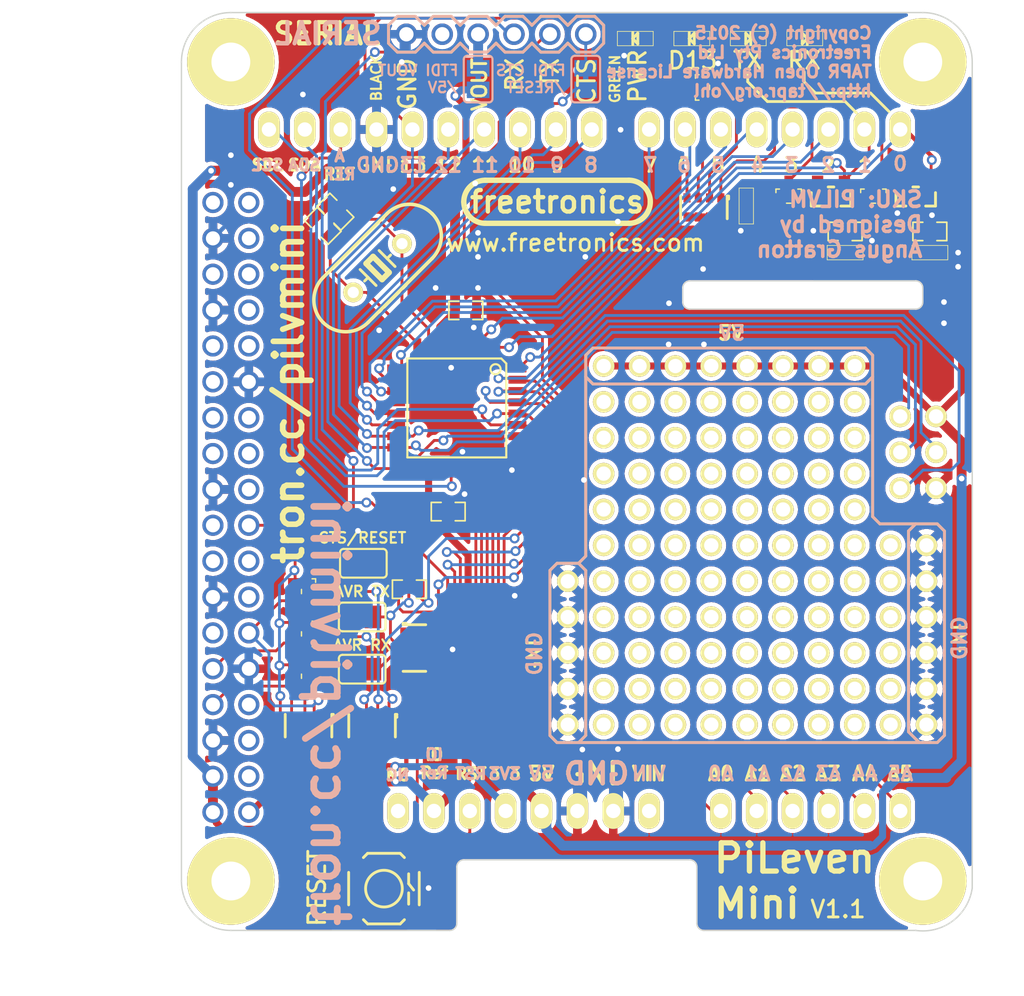
<source format=kicad_pcb>
(kicad_pcb (version 20221018) (generator pcbnew)
  (layers (0 "F.Cu" signal) (31 "B.Cu" signal) (34 "B.Paste" user) (35 "F.Paste" user) (36 "B.SilkS" user "B.Silkscreen") (37 "F.SilkS" user "F.Silkscreen") (38 "B.Mask" user) (39 "F.Mask" user) (44 "Edge.Cuts" user))
  (net 0 "")
  (net 1 "Net-(D1-PadK)")
  (net 2 "Net-(D1-PadA)")
  (net 3 "Net-(D2-PadK)")
  (net 4 "Net-(D2-PadA)")
  (net 5 "Net-(D3-PadK)")
  (net 6 "Net-(D3-PadA)")
  (net 7 "GND")
  (net 8 "Net-(D4-PadA)")
  (net 9 "/D3")
  (net 10 "/D4")
  (net 11 "+5V")
  (net 12 "Net-(C11-Pad1)")
  (net 13 "Net-(C10-Pad1)")
  (net 14 "/D5")
  (net 15 "/D6")
  (net 16 "/D7")
  (net 17 "/D8")
  (net 18 "/D9")
  (net 19 "/D10_~{SS}")
  (net 20 "/D11_MOSI")
  (net 21 "/D12_MISO")
  (net 22 "/D13_SCK")
  (net 23 "/AVR_AREF")
  (net 24 "/A0")
  (net 25 "/A1")
  (net 26 "/A2")
  (net 27 "/A3")
  (net 28 "/A4_SDA")
  (net 29 "/A5_SCL")
  (net 30 "/AVR_RESET")
  (net 31 "/D0_RX")
  (net 32 "/D1_TX")
  (net 33 "/D2")
  (net 34 "+3.3V")
  (net 35 "/PI_TX")
  (net 36 "/PI_RTS")
  (net 37 "/PI_RX")
  (net 38 "/VOUT")
  (net 39 "/AVR_RX")
  (net 40 "/AVR_TX")
  (net 41 "/CTS")
  (net 42 "Net-(Q1-PadD)")
  (net 43 "Net-(Q2-PadD)")
  (net 44 "/CTS_5V")
  (net 45 "Net-(C13-Pad1)")
  (net 46 "/CHARGE")
  (net 47 "Net-(C14-Pad1)")
  (net 48 "/EXT_CTS")
  (footprint "FT:LED-0603" (layer "F.Cu") (at 158.64 89.84 180)
    (fp_text reference "D1")
    (fp_text value "D13/RED" hide)
  )
  (footprint "FT:LED-0603" (layer "F.Cu") (at 162.64 89.84)
    (fp_text reference "D2")
    (fp_text value "TX/YEL" hide)
  )
  (footprint "FT:LED-0603" (layer "F.Cu") (at 166.64 89.84)
    (fp_text reference "D3")
    (fp_text value "RX/GRN" hide)
  )
  (footprint "FT:LED-0603" (layer "F.Cu") (at 154.64 89.84 180)
    (fp_text reference "D4")
    (fp_text value "POW/BLUE" hide)
  )
  (footprint "FT:RES_CAY16" (layer "F.Cu") (at 131.5 138.5 180)
    (fp_text reference "R4")
    (fp_text value "10K" hide)
  )
  (footprint "FT:RES_CAY16" (layer "F.Cu") (at 136 138.5 180)
    (fp_text reference "R7")
    (fp_text value "10K" hide)
  )
  (footprint "FT:RES_CAY16" (layer "F.Cu") (at 139 133 -90)
    (fp_text reference "R8")
    (fp_text value "470" hide)
  )
  (footprint "FT:ARDUINO_SHIELD" (layer "F.Cu") (at 109.9 147.08)
    (fp_text reference "SHIELD1" hide)
    (fp_text value "ARDUINO_FOOTPRINT" hide)
  )
  (footprint "FT:SJ_SHORTED" (layer "F.Cu") (at 135.3 130.8)
    (fp_text reference "SJ2")
    (fp_text value "SJ")
  )
  (footprint "FT:SJ_SHORTED" (layer "F.Cu") (at 135.3 134.5)
    (fp_text reference "SJ3")
    (fp_text value "SJ")
  )
  (footprint "FT:SJ_SHORTED" (layer "F.Cu") (at 135.382 127)
    (fp_text reference "SJ7")
    (fp_text value "SJ")
  )
  (footprint "FT:0603" (layer "F.Cu") (at 169.5 105)
    (fp_text reference "R15")
    (fp_text value "200K" hide)
  )
  (footprint "FT:0603" (layer "F.Cu") (at 175.5 105)
    (fp_text reference "R16")
    (fp_text value "200K" hide)
  )
  (footprint "FT:0603" (layer "F.Cu") (at 162.5 101.7 90)
    (fp_text reference "R17")
    (fp_text value "50R" hide)
  )
  (footprint "FT:RASPBERRY_PI_HAT" (layer "F.Cu") (at 126 120.5 90)
    (fp_text reference "J1" hide)
    (fp_text value "RASPBERRY_PI_PLUS_CON" hide)
  )
  (footprint "FT:LOGO_FREETRONICS" (layer "F.Cu") (at 149.1 101.4)
    (fp_text reference "LOGO_FREETRONICS" hide)
    (fp_text value "val**" hide)
  )
  (footprint "FT:1pin_prototyping" (layer "F.Cu") (at 149.86 135.89)
    (fp_text reference "1pin_prototyping" hide)
    (fp_text value "val**" hide)
  )
  (footprint "FT:1pin_prototyping" (layer "F.Cu") (at 149.86 133.35)
    (fp_text reference "1pin_prototyping" hide)
    (fp_text value "val**" hide)
  )
  (footprint "FT:1pin_prototyping" (layer "F.Cu") (at 152.4 133.35)
    (fp_text reference "1pin_prototyping" hide)
    (fp_text value "val**" hide)
  )
  (footprint "FT:1pin_prototyping" (layer "F.Cu") (at 152.4 135.89)
    (fp_text reference "1pin_prototyping" hide)
    (fp_text value "val**" hide)
  )
  (footprint "FT:1pin_prototyping" (layer "F.Cu") (at 154.94 135.89)
    (fp_text reference "1pin_prototyping" hide)
    (fp_text value "val**" hide)
  )
  (footprint "FT:1pin_prototyping" (layer "F.Cu") (at 154.94 133.35)
    (fp_text reference "1pin_prototyping" hide)
    (fp_text value "val**" hide)
  )
  (footprint "FT:1pin_prototyping" (layer "F.Cu") (at 157.48 133.35)
    (fp_text reference "1pin_prototyping" hide)
    (fp_text value "val**" hide)
  )
  (footprint "FT:1pin_prototyping" (layer "F.Cu") (at 157.48 135.89)
    (fp_text reference "1pin_prototyping" hide)
    (fp_text value "val**" hide)
  )
  (footprint "FT:1pin_prototyping" (layer "F.Cu") (at 157.48 130.81)
    (fp_text reference "1pin_prototyping" hide)
    (fp_text value "val**" hide)
  )
  (footprint "FT:1pin_prototyping" (layer "F.Cu") (at 157.48 128.27)
    (fp_text reference "1pin_prototyping" hide)
    (fp_text value "val**" hide)
  )
  (footprint "FT:1pin_prototyping" (layer "F.Cu") (at 154.94 128.27)
    (fp_text reference "1pin_prototyping" hide)
    (fp_text value "val**" hide)
  )
  (footprint "FT:1pin_prototyping" (layer "F.Cu") (at 154.94 130.81)
    (fp_text reference "1pin_prototyping" hide)
    (fp_text value "val**" hide)
  )
  (footprint "FT:1pin_prototyping" (layer "F.Cu") (at 149.86 130.81)
    (fp_text reference "1pin_prototyping" hide)
    (fp_text value "val**" hide)
  )
  (footprint "FT:1pin_prototyping" (layer "F.Cu") (at 149.86 128.27)
    (fp_text reference "1pin_prototyping" hide)
    (fp_text value "val**" hide)
  )
  (footprint "FT:1pin_prototyping" (layer "F.Cu") (at 152.4 128.27)
    (fp_text reference "1pin_prototyping" hide)
    (fp_text value "val**" hide)
  )
  (footprint "FT:1pin_prototyping" (layer "F.Cu") (at 152.4 130.81)
    (fp_text reference "1pin_prototyping" hide)
    (fp_text value "val**" hide)
  )
  (footprint "FT:1pin_prototyping" (layer "F.Cu") (at 160.02 130.81)
    (fp_text reference "1pin_prototyping" hide)
    (fp_text value "val**" hide)
  )
  (footprint "FT:1pin_prototyping" (layer "F.Cu") (at 160.02 128.27)
    (fp_text reference "1pin_prototyping" hide)
    (fp_text value "val**" hide)
  )
  (footprint "FT:1pin_prototyping" (layer "F.Cu") (at 162.56 130.81)
    (fp_text reference "1pin_prototyping" hide)
    (fp_text value "val**" hide)
  )
  (footprint "FT:1pin_prototyping" (layer "F.Cu") (at 162.56 128.27)
    (fp_text reference "1pin_prototyping" hide)
    (fp_text value "val**" hide)
  )
  (footprint "FT:1pin_prototyping" (layer "F.Cu") (at 165.1 128.27)
    (fp_text reference "1pin_prototyping" hide)
    (fp_text value "val**" hide)
  )
  (footprint "FT:1pin_prototyping" (layer "F.Cu") (at 165.1 130.81)
    (fp_text reference "1pin_prototyping" hide)
    (fp_text value "val**" hide)
  )
  (footprint "FT:1pin_prototyping" (layer "F.Cu") (at 165.1 135.89)
    (fp_text reference "1pin_prototyping" hide)
    (fp_text value "val**" hide)
  )
  (footprint "FT:1pin_prototyping" (layer "F.Cu") (at 165.1 133.35)
    (fp_text reference "1pin_prototyping" hide)
    (fp_text value "val**" hide)
  )
  (footprint "FT:1pin_prototyping" (layer "F.Cu") (at 162.56 133.35)
    (fp_text reference "1pin_prototyping" hide)
    (fp_text value "val**" hide)
  )
  (footprint "FT:1pin_prototyping" (layer "F.Cu") (at 162.56 135.89)
    (fp_text reference "1pin_prototyping" hide)
    (fp_text value "val**" hide)
  )
  (footprint "FT:1pin_prototyping" (layer "F.Cu") (at 160.02 133.35)
    (fp_text reference "1pin_prototyping" hide)
    (fp_text value "val**" hide)
  )
  (footprint "FT:1pin_prototyping" (layer "F.Cu") (at 160.02 135.89)
    (fp_text reference "1pin_prototyping" hide)
    (fp_text value "val**" hide)
  )
  (footprint "FT:1pin_prototyping" (layer "F.Cu") (at 167.64 135.89)
    (fp_text reference "1pin_prototyping" hide)
    (fp_text value "val**" hide)
  )
  (footprint "FT:1pin_prototyping" (layer "F.Cu") (at 167.64 133.35)
    (fp_text reference "1pin_prototyping" hide)
    (fp_text value "val**" hide)
  )
  (footprint "FT:1pin_prototyping" (layer "F.Cu") (at 170.18 135.89)
    (fp_text reference "1pin_prototyping" hide)
    (fp_text value "val**" hide)
  )
  (footprint "FT:1pin_prototyping" (layer "F.Cu") (at 170.18 133.35)
    (fp_text reference "1pin_prototyping" hide)
    (fp_text value "val**" hide)
  )
  (footprint "FT:1pin_prototyping" (layer "F.Cu") (at 172.72 133.35)
    (fp_text reference "1pin_prototyping" hide)
    (fp_text value "val**" hide)
  )
  (footprint "FT:1pin_prototyping" (layer "F.Cu") (at 172.72 135.89)
    (fp_text reference "1pin_prototyping" hide)
    (fp_text value "val**" hide)
  )
  (footprint "FT:1pin_prototyping" (layer "F.Cu") (at 172.72 130.81)
    (fp_text reference "1pin_prototyping" hide)
    (fp_text value "val**" hide)
  )
  (footprint "FT:1pin_prototyping" (layer "F.Cu") (at 172.72 128.27)
    (fp_text reference "1pin_prototyping" hide)
    (fp_text value "val**" hide)
  )
  (footprint "FT:1pin_prototyping" (layer "F.Cu") (at 170.18 128.27)
    (fp_text reference "1pin_prototyping" hide)
    (fp_text value "val**" hide)
  )
  (footprint "FT:1pin_prototyping" (layer "F.Cu") (at 170.18 130.81)
    (fp_text reference "1pin_prototyping" hide)
    (fp_text value "val**" hide)
  )
  (footprint "FT:1pin_prototyping" (layer "F.Cu") (at 167.64 128.27)
    (fp_text reference "1pin_prototyping" hide)
    (fp_text value "val**" hide)
  )
  (footprint "FT:1pin_prototyping" (layer "F.Cu") (at 167.64 130.81)
    (fp_text reference "1pin_prototyping" hide)
    (fp_text value "val**" hide)
  )
  (footprint "FT:1pin_prototyping" (layer "F.Cu") (at 175.26 128.27)
    (fp_text reference "1pin_prototyping" hide)
    (fp_text value "val**" hide)
  )
  (footprint "FT:1pin_prototyping" (layer "F.Cu") (at 175.26 130.81)
    (fp_text reference "1pin_prototyping" hide)
    (fp_text value "val**" hide)
  )
  (footprint "FT:1pin_prototyping" (layer "F.Cu") (at 175.26 135.89)
    (fp_text reference "1pin_prototyping" hide)
    (fp_text value "val**" hide)
  )
  (footprint "FT:1pin_prototyping" (layer "F.Cu") (at 175.26 133.35)
    (fp_text reference "1pin_prototyping" hide)
    (fp_text value "val**" hide)
  )
  (footprint "FT:1pin_prototyping" (layer "F.Cu") (at 175.26 138.43)
    (fp_text reference "1pin_prototyping" hide)
    (fp_text value "val**" hide)
  )
  (footprint "FT:1pin_prototyping" (layer "F.Cu") (at 172.72 138.43)
    (fp_text reference "1pin_prototyping" hide)
    (fp_text value "val**" hide)
  )
  (footprint "FT:1pin_prototyping" (layer "F.Cu") (at 170.18 138.43)
    (fp_text reference "1pin_prototyping" hide)
    (fp_text value "val**" hide)
  )
  (footprint "FT:1pin_prototyping" (layer "F.Cu") (at 167.64 138.43)
    (fp_text reference "1pin_prototyping" hide)
    (fp_text value "val**" hide)
  )
  (footprint "FT:1pin_prototyping" (layer "F.Cu") (at 160.02 138.43)
    (fp_text reference "1pin_prototyping" hide)
    (fp_text value "val**" hide)
  )
  (footprint "FT:1pin_prototyping" (layer "F.Cu") (at 162.56 138.43)
    (fp_text reference "1pin_prototyping" hide)
    (fp_text value "val**" hide)
  )
  (footprint "FT:1pin_prototyping" (layer "F.Cu") (at 165.1 138.43)
    (fp_text reference "1pin_prototyping" hide)
    (fp_text value "val**" hide)
  )
  (footprint "FT:1pin_prototyping" (layer "F.Cu") (at 157.48 138.43)
    (fp_text reference "1pin_prototyping" hide)
    (fp_text value "val**" hide)
  )
  (footprint "FT:1pin_prototyping" (layer "F.Cu") (at 154.94 138.43)
    (fp_text reference "1pin_prototyping" hide)
    (fp_text value "val**" hide)
  )
  (footprint "FT:1pin_prototyping" (layer "F.Cu") (at 149.86 138.43)
    (fp_text reference "1pin_prototyping" hide)
    (fp_text value "val**" hide)
  )
  (footprint "FT:1pin_prototyping" (layer "F.Cu") (at 152.4 138.43)
    (fp_text reference "1pin_prototyping" hide)
    (fp_text value "val**" hide)
  )
  (footprint "FT:1pin_prototyping" (layer "F.Cu") (at 175.26 125.73)
    (fp_text reference "1pin_prototyping" hide)
    (fp_text value "val**" hide)
  )
  (footprint "FT:1pin_prototyping" (layer "F.Cu") (at 167.64 125.73)
    (fp_text reference "1pin_prototyping" hide)
    (fp_text value "val**" hide)
  )
  (footprint "FT:1pin_prototyping" (layer "F.Cu") (at 170.18 125.73)
    (fp_text reference "1pin_prototyping" hide)
    (fp_text value "val**" hide)
  )
  (footprint "FT:1pin_prototyping" (layer "F.Cu") (at 172.72 125.73)
    (fp_text reference "1pin_prototyping" hide)
    (fp_text value "val**" hide)
  )
  (footprint "FT:1pin_prototyping" (layer "F.Cu") (at 165.1 125.73)
    (fp_text reference "1pin_prototyping" hide)
    (fp_text value "val**" hide)
  )
  (footprint "FT:1pin_prototyping" (layer "F.Cu") (at 162.56 125.73)
    (fp_text reference "1pin_prototyping" hide)
    (fp_text value "val**" hide)
  )
  (footprint "FT:1pin_prototyping" (layer "F.Cu") (at 160.02 125.73)
    (fp_text reference "1pin_prototyping" hide)
    (fp_text value "val**" hide)
  )
  (footprint "FT:1pin_prototyping" (layer "F.Cu") (at 152.4 125.73)
    (fp_text reference "1pin_prototyping" hide)
    (fp_text value "val**" hide)
  )
  (footprint "FT:1pin_prototyping" (layer "F.Cu") (at 154.94 125.73)
    (fp_text reference "1pin_prototyping" hide)
    (fp_text value "val**" hide)
  )
  (footprint "FT:1pin_prototyping" (layer "F.Cu") (at 157.48 125.73)
    (fp_text reference "1pin_prototyping" hide)
    (fp_text value "val**" hide)
  )
  (footprint "FT:1pin_prototyping" (layer "F.Cu") (at 157.48 123.19)
    (fp_text reference "1pin_prototyping" hide)
    (fp_text value "val**" hide)
  )
  (footprint "FT:1pin_prototyping" (layer "F.Cu") (at 154.94 123.19)
    (fp_text reference "1pin_prototyping" hide)
    (fp_text value "val**" hide)
  )
  (footprint "FT:1pin_prototyping" (layer "F.Cu") (at 152.4 123.19)
    (fp_text reference "1pin_prototyping" hide)
    (fp_text value "val**" hide)
  )
  (footprint "FT:1pin_prototyping" (layer "F.Cu") (at 160.02 123.19)
    (fp_text reference "1pin_prototyping" hide)
    (fp_text value "val**" hide)
  )
  (footprint "FT:1pin_prototyping" (layer "F.Cu") (at 162.56 123.19)
    (fp_text reference "1pin_prototyping" hide)
    (fp_text value "val**" hide)
  )
  (footprint "FT:1pin_prototyping" (layer "F.Cu") (at 165.1 123.19)
    (fp_text reference "1pin_prototyping" hide)
    (fp_text value "val**" hide)
  )
  (footprint "FT:1pin_prototyping" (layer "F.Cu") (at 170.18 123.19)
    (fp_text reference "1pin_prototyping" hide)
    (fp_text value "val**" hide)
  )
  (footprint "FT:1pin_prototyping" (layer "F.Cu") (at 167.64 123.19)
    (fp_text reference "1pin_prototyping" hide)
    (fp_text value "val**" hide)
  )
  (footprint "FT:1pin_prototyping" (layer "F.Cu") (at 167.64 118.11)
    (fp_text reference "1pin_prototyping" hide)
    (fp_text value "val**" hide)
  )
  (footprint "FT:1pin_prototyping" (layer "F.Cu") (at 170.18 118.11)
    (fp_text reference "1pin_prototyping" hide)
    (fp_text value "val**" hide)
  )
  (footprint "FT:1pin_prototyping" (layer "F.Cu") (at 165.1 118.11)
    (fp_text reference "1pin_prototyping" hide)
    (fp_text value "val**" hide)
  )
  (footprint "FT:1pin_prototyping" (layer "F.Cu") (at 162.56 118.11)
    (fp_text reference "1pin_prototyping" hide)
    (fp_text value "val**" hide)
  )
  (footprint "FT:1pin_prototyping" (layer "F.Cu") (at 160.02 118.11)
    (fp_text reference "1pin_prototyping" hide)
    (fp_text value "val**" hide)
  )
  (footprint "FT:1pin_prototyping" (layer "F.Cu") (at 152.4 118.11)
    (fp_text reference "1pin_prototyping" hide)
    (fp_text value "val**" hide)
  )
  (footprint "FT:1pin_prototyping" (layer "F.Cu") (at 154.94 118.11)
    (fp_text reference "1pin_prototyping" hide)
    (fp_text value "val**" hide)
  )
  (footprint "FT:1pin_prototyping" (layer "F.Cu") (at 157.48 118.11)
    (fp_text reference "1pin_prototyping" hide)
    (fp_text value "val**" hide)
  )
  (footprint "FT:1pin_prototyping" (layer "F.Cu") (at 157.48 120.65)
    (fp_text reference "1pin_prototyping" hide)
    (fp_text value "val**" hide)
  )
  (footprint "FT:1pin_prototyping" (layer "F.Cu") (at 154.94 120.65)
    (fp_text reference "1pin_prototyping" hide)
    (fp_text value "val**" hide)
  )
  (footprint "FT:1pin_prototyping" (layer "F.Cu") (at 152.4 120.65)
    (fp_text reference "1pin_prototyping" hide)
    (fp_text value "val**" hide)
  )
  (footprint "FT:1pin_prototyping" (layer "F.Cu") (at 160.02 120.65)
    (fp_text reference "1pin_prototyping" hide)
    (fp_text value "val**" hide)
  )
  (footprint "FT:1pin_prototyping" (layer "F.Cu") (at 162.56 120.65)
    (fp_text reference "1pin_prototyping" hide)
    (fp_text value "val**" hide)
  )
  (footprint "FT:1pin_prototyping" (layer "F.Cu") (at 165.1 120.65)
    (fp_text reference "1pin_prototyping" hide)
    (fp_text value "val**" hide)
  )
  (footprint "FT:1pin_prototyping" (layer "F.Cu") (at 170.18 120.65)
    (fp_text reference "1pin_prototyping" hide)
    (fp_text value "val**" hide)
  )
  (footprint "FT:1pin_prototyping" (layer "F.Cu") (at 167.64 120.65)
    (fp_text reference "1pin_prototyping" hide)
    (fp_text value "val**" hide)
  )
  (footprint "FT:1pin_prototyping" (layer "F.Cu") (at 157.48 115.57)
    (fp_text reference "1pin_prototyping" hide)
    (fp_text value "val**" hide)
  )
  (footprint "FT:1pin_prototyping" (layer "F.Cu") (at 154.94 115.57)
    (fp_text reference "1pin_prototyping" hide)
    (fp_text value "val**" hide)
  )
  (footprint "FT:1pin_prototyping" (layer "F.Cu") (at 160.02 115.57)
    (fp_text reference "1pin_prototyping" hide)
    (fp_text value "val**" hide)
  )
  (footprint "FT:1pin_prototyping" (layer "F.Cu") (at 162.56 115.57)
    (fp_text reference "1pin_prototyping" hide)
    (fp_text value "val**" hide)
  )
  (footprint "FT:1pin_prototyping" (layer "F.Cu") (at 165.1 115.57)
    (fp_text reference "1pin_prototyping" hide)
    (fp_text value "val**" hide)
  )
  (footprint "FT:1pin_prototyping" (layer "F.Cu") (at 170.18 115.57)
    (fp_text reference "1pin_prototyping" hide)
    (fp_text value "val**" hide)
  )
  (footprint "FT:1pin_prototyping" (layer "F.Cu") (at 167.64 115.57)
    (fp_text reference "1pin_prototyping" hide)
    (fp_text value "val**" hide)
  )
  (footprint "FT:1pin_prototyping" (layer "F.Cu") (at 167.64 113.03)
    (fp_text reference "1pin_prototyping" hide)
    (fp_text value "val**" hide)
  )
  (footprint "FT:1pin_prototyping" (layer "F.Cu") (at 170.18 113.03)
    (fp_text reference "1pin_prototyping" hide)
    (fp_text value "val**" hide)
  )
  (footprint "FT:1pin_prototyping" (layer "F.Cu") (at 165.1 113.03)
    (fp_text reference "1pin_prototyping" hide)
    (fp_text value "val**" hide)
  )
  (footprint "FT:1pin_prototyping" (layer "F.Cu") (at 162.56 113.03)
    (fp_text reference "1pin_prototyping" hide)
    (fp_text value "val**" hide)
  )
  (footprint "FT:1pin_prototyping" (layer "F.Cu") (at 160.02 113.03)
    (fp_text reference "1pin_prototyping" hide)
    (fp_text value "val**" hide)
  )
  (footprint "FT:1pin_prototyping" (layer "F.Cu") (at 157.48 113.03)
    (fp_text reference "1pin_prototyping" hide)
    (fp_text value "val**" hide)
  )
  (footprint "FT:1pin_prototyping" (layer "F.Cu") (at 152.4 113.03)
    (fp_text reference "1pin_prototyping" hide)
    (fp_text value "val**" hide)
  )
  (footprint "FT:1pin_prototyping" (layer "F.Cu") (at 154.94 113.03)
    (fp_text reference "1pin_prototyping" hide)
    (fp_text value "val**" hide)
  )
  (footprint "FT:1pin_prototyping" (layer "F.Cu") (at 152.4 115.57)
    (fp_text reference "1pin_prototyping" hide)
    (fp_text value "val**" hide)
  )
  (footprint "FT:1X06" (layer "F.Cu") (at 138.43 89.535)
    (fp_text reference "JP1" hide)
    (fp_text value "M06" hide)
  )
  (footprint "FT:RES_CAY16" (layer "F.Cu") (at 159.5 101.8 180)
    (fp_text reference "R9")
    (fp_text value "1K" hide)
  )
  (footprint "FT:0603_CAP" (layer "F.Cu") (at 141.39 123.34)
    (fp_text reference "C9")
    (fp_text value "100nF" hide)
  )
  (footprint "FT:0603_CAP" (layer "F.Cu") (at 132.5 103.1 135)
    (fp_text reference "C10")
    (fp_text value "22pF" hide)
  )
  (footprint "FT:0603_CAP" (layer "F.Cu") (at 133.4 102.1 135)
    (fp_text reference "C11")
    (fp_text value "22pF" hide)
  )
  (footprint "FT:0603_CAP" (layer "F.Cu") (at 138.64 128.84)
    (fp_text reference "C12")
    (fp_text value "100nF" hide)
  )
  (footprint "FT:0603_CAP" (layer "F.Cu") (at 169.5 103.5)
    (fp_text reference "C13")
    (fp_text value "1uF" hide)
  )
  (footprint "FT:0603_CAP" (layer "F.Cu") (at 175.5 103.5)
    (fp_text reference "C14")
    (fp_text value "1uF" hide)
  )
  (footprint "FT:0603_CAP" (layer "F.Cu") (at 142.64 109.09)
    (fp_text reference "C16")
    (fp_text value "100nF" hide)
  )
  (footprint "FT:SOT323_FET" (layer "F.Cu") (at 131.5 132 -90)
    (fp_text reference "Q1")
    (fp_text value "RJU003N03" hide)
  )
  (footprint "FT:SOT323_FET" (layer "F.Cu") (at 131.5 135 -90)
    (fp_text reference "Q2")
    (fp_text value "RJU003N03" hide)
  )
  (footprint "FT:SOT323_FET" (layer "F.Cu") (at 131.5 129 -90)
    (fp_text reference "Q6")
    (fp_text value "RJU003N03" hide)
  )
  (footprint "FT:SOT23_FET" (layer "F.Cu") (at 168.5 101 180)
    (fp_text reference "Q7")
    (fp_text value "BSS84" hide)
  )
  (footprint "FT:SOT23_FET" (layer "F.Cu") (at 174.5 101 180)
    (fp_text reference "Q8")
    (fp_text value "BSS84" hide)
  )
  (footprint "FT:SOT323_FET" (layer "F.Cu") (at 165.5 101)
    (fp_text reference "Q9")
    (fp_text value "RJU003N03" hide)
  )
  (footprint "FT:SOT323_FET" (layer "F.Cu") (at 171.5 101)
    (fp_text reference "Q10")
    (fp_text value "RJU003N03" hide)
  )
  (footprint "FT:SOT323_FET" (layer "F.Cu") (at 159.4 93.3 90)
    (fp_text reference "Q11")
    (fp_text value "RJU003N03" hide)
  )
  (footprint "FT:SW_PUSHBUTTON_SMD" (layer "F.Cu") (at 136.84 150.04)
    (fp_text reference "SW1")
    (fp_text value "SW_PUSHBUTTON" hide)
  )
  (footprint "FT:CRYSTAL_HC49_PTH" (layer "F.Cu") (at 136.39 106.09 45)
    (fp_text reference "X1")
    (fp_text value "16MHz" hide)
  )
  (footprint "FT:QFP32_7mm_0.8mm" (layer "F.Cu") (at 142 116 -90)
    (fp_text reference "IC1")
    (fp_text value "ATMEGA328P-A")
  )
  (footprint "FT:SJ_SHORTED" (layer "B.Cu") (at 151.13 92.71 -90)
    (fp_text reference "SJ1")
    (fp_text value "SJ")
  )
  (footprint "FT:SJ_SHORTED" (layer "B.Cu") (at 143.51 92.71 -90)
    (fp_text reference "SJ6")
    (fp_text value "SJ")
  )
  (gr_line (start 151.638 111.76) (end 151.13 112.268) (stroke (width 0.2)) (layer "B.SilkS"))
  (gr_line (start 146.685 88.265) (end 145.415 88.265) (stroke (width 0.2)) (layer "B.SilkS"))
  (gr_line (start 137.795 90.805) (end 139.065 90.805) (stroke (width 0.2)) (layer "B.SilkS"))
  (gr_line (start 149.225 90.805) (end 149.86 90.17) (stroke (width 0.2)) (layer "B.SilkS"))
  (gr_line (start 176.022 139.7) (end 176.53 139.192) (stroke (width 0.2)) (layer "B.SilkS"))
  (gr_line (start 151.13 127.508) (end 150.622 127) (stroke (width 0.2)) (layer "B.SilkS"))
  (gr_line (start 139.7 90.17) (end 140.335 90.805) (stroke (width 0.2)) (layer "B.SilkS"))
  (gr_line (start 170.942 111.76) (end 151.638 111.76) (stroke (width 0.2)) (layer "B.SilkS"))
  (gr_line (start 141.605 88.265) (end 140.335 88.265) (stroke (width 0.2)) (layer "B.SilkS"))
  (gr_line (start 144.145 88.265) (end 142.875 88.265) (stroke (width 0.2)) (layer "B.SilkS"))
  (gr_line (start 139.065 90.805) (end 139.7 90.17) (stroke (width 0.2)) (layer "B.SilkS"))
  (gr_line (start 151.765 90.805) (end 152.4 90.17) (stroke (width 0.2)) (layer "B.SilkS"))
  (gr_line (start 145.415 88.265) (end 144.78 88.9) (stroke (width 0.2)) (layer "B.SilkS"))
  (gr_line (start 176.022 124.206) (end 171.958 124.206) (stroke (width 0.2)) (layer "B.SilkS"))
  (gr_line (start 140.335 88.265) (end 139.7 88.9) (stroke (width 0.2)) (layer "B.SilkS"))
  (gr_line (start 137.795 88.265) (end 137.16 88.9) (stroke (width 0.2)) (layer "B.SilkS"))
  (gr_line (start 147.955 90.805) (end 149.225 90.805) (stroke (width 0.2)) (layer "B.SilkS"))
  (gr_line (start 147.32 88.9) (end 146.685 88.265) (stroke (width 0.2)) (layer "B.SilkS"))
  (gr_line (start 137.16 90.17) (end 137.795 90.805) (stroke (width 0.2)) (layer "B.SilkS"))
  (gr_line (start 149.225 88.265) (end 147.955 88.265) (stroke (width 0.2)) (layer "B.SilkS"))
  (gr_line (start 151.638 114.3) (end 151.13 113.792) (stroke (width 0.2)) (layer "B.SilkS"))
  (gr_line (start 150.495 90.805) (end 151.765 90.805) (stroke (width 0.2)) (layer "B.SilkS"))
  (gr_line (start 150.622 127) (end 149.098 127) (stroke (width 0.2)) (layer "B.SilkS"))
  (gr_line (start 142.875 90.805) (end 144.145 90.805) (stroke (width 0.2)) (layer "B.SilkS"))
  (gr_line (start 152.4 88.9) (end 151.765 88.265) (stroke (width 0.2)) (layer "B.SilkS"))
  (gr_line (start 173.99 138.938) (end 174.752 139.7) (stroke (width 0.2)) (layer "B.SilkS"))
  (gr_line (start 144.78 90.17) (end 145.415 90.805) (stroke (width 0.2)) (layer "B.SilkS"))
  (gr_line (start 151.13 126.492) (end 150.622 127) (stroke (width 0.2)) (layer "B.SilkS"))
  (gr_line (start 149.098 139.7) (end 176.022 139.7) (stroke (width 0.2)) (layer "B.SilkS"))
  (gr_line (start 148.59 139.192) (end 149.098 139.7) (stroke (width 0.2)) (layer "B.SilkS"))
  (gr_line (start 145.415 90.805) (end 146.685 90.805) (stroke (width 0.2)) (layer "B.SilkS"))
  (gr_line (start 171.45 113.792) (end 170.942 114.3) (stroke (width 0.2)) (layer "B.SilkS"))
  (gr_line (start 171.45 112.268) (end 170.942 111.76) (stroke (width 0.2)) (layer "B.SilkS"))
  (gr_line (start 148.59 127.508) (end 148.59 139.192) (stroke (width 0.2)) (layer "B.SilkS"))
  (gr_line (start 149.098 127) (end 148.59 127.508) (stroke (width 0.2)) (layer "B.SilkS"))
  (gr_line (start 176.53 139.192) (end 176.53 124.714) (stroke (width 0.2)) (layer "B.SilkS"))
  (gr_line (start 149.86 88.9) (end 149.225 88.265) (stroke (width 0.2)) (layer "B.SilkS"))
  (gr_line (start 149.86 90.17) (end 150.495 90.805) (stroke (width 0.2)) (layer "B.SilkS"))
  (gr_line (start 142.875 88.265) (end 142.24 88.9) (stroke (width 0.2)) (layer "B.SilkS"))
  (gr_line (start 170.942 114.3) (end 151.638 114.3) (stroke (width 0.2)) (layer "B.SilkS"))
  (gr_line (start 144.145 90.805) (end 144.78 90.17) (stroke (width 0.2)) (layer "B.SilkS"))
  (gr_line (start 151.13 139.192) (end 151.13 127.508) (stroke (width 0.2)) (layer "B.SilkS"))
  (gr_line (start 142.24 88.9) (end 141.605 88.265) (stroke (width 0.2)) (layer "B.SilkS"))
  (gr_line (start 144.78 88.9) (end 144.145 88.265) (stroke (width 0.2)) (layer "B.SilkS"))
  (gr_line (start 176.53 124.714) (end 176.022 124.206) (stroke (width 0.2)) (layer "B.SilkS"))
  (gr_line (start 173.99 124.714) (end 173.99 138.938) (stroke (width 0.2)) (layer "B.SilkS"))
  (gr_line (start 151.13 112.268) (end 151.13 126.492) (stroke (width 0.2)) (layer "B.SilkS"))
  (gr_line (start 150.495 88.265) (end 149.86 88.9) (stroke (width 0.2)) (layer "B.SilkS"))
  (gr_line (start 140.335 90.805) (end 141.605 90.805) (stroke (width 0.2)) (layer "B.SilkS"))
  (gr_line (start 137.16 88.9) (end 137.16 90.17) (stroke (width 0.2)) (layer "B.SilkS"))
  (gr_line (start 139.7 88.9) (end 139.065 88.265) (stroke (width 0.2)) (layer "B.SilkS"))
  (gr_line (start 147.32 90.17) (end 147.955 90.805) (stroke (width 0.2)) (layer "B.SilkS"))
  (gr_line (start 151.765 88.265) (end 150.495 88.265) (stroke (width 0.2)) (layer "B.SilkS"))
  (gr_line (start 150.622 139.7) (end 151.13 139.192) (stroke (width 0.2)) (layer "B.SilkS"))
  (gr_line (start 142.24 90.17) (end 142.875 90.805) (stroke (width 0.2)) (layer "B.SilkS"))
  (gr_line (start 141.605 90.805) (end 142.24 90.17) (stroke (width 0.2)) (layer "B.SilkS"))
  (gr_line (start 139.065 88.265) (end 137.795 88.265) (stroke (width 0.2)) (layer "B.SilkS"))
  (gr_line (start 171.958 124.206) (end 171.45 123.698) (stroke (width 0.2)) (layer "B.SilkS"))
  (gr_line (start 171.45 123.698) (end 171.45 112.268) (stroke (width 0.2)) (layer "B.SilkS"))
  (gr_line (start 147.955 88.265) (end 147.32 88.9) (stroke (width 0.2)) (layer "B.SilkS"))
  (gr_line (start 152.4 90.17) (end 152.4 88.9) (stroke (width 0.2)) (layer "B.SilkS"))
  (gr_line (start 146.685 90.805) (end 147.32 90.17) (stroke (width 0.2)) (layer "B.SilkS"))
  (gr_line (start 174.498 124.206) (end 173.99 124.714) (stroke (width 0.2)) (layer "B.SilkS"))
  (gr_line (start 173.99 138.938) (end 173.99 124.714) (stroke (width 0.2)) (layer "F.SilkS"))
  (gr_line (start 164 94.3) (end 162.9 93.2) (stroke (width 0.2)) (layer "F.SilkS"))
  (gr_line (start 162.6 92.9) (end 162.6 92.3) (stroke (width 0.2)) (layer "F.SilkS"))
  (gr_line (start 167.4 93.7) (end 171.3 93.7) (stroke (width 0.2)) (layer "F.SilkS"))
  (gr_line (start 149.098 127) (end 148.59 127.508) (stroke (width 0.2)) (layer "F.SilkS"))
  (gr_line (start 171.45 112.268) (end 170.942 111.76) (stroke (width 0.2)) (layer "F.SilkS"))
  (gr_line (start 171.3 93.7) (end 172.6 95) (stroke (width 0.2)) (layer "F.SilkS"))
  (gr_line (start 170.3 95.1) (end 169.5 94.3) (stroke (width 0.2)) (layer "F.SilkS"))
  (gr_line (start 176.022 124.206) (end 171.958 124.206) (stroke (width 0.2)) (layer "F.SilkS"))
  (gr_line (start 151.13 138.938) (end 151.13 139.192) (stroke (width 0.2)) (layer "F.SilkS"))
  (gr_line (start 165.1 94.3) (end 164 94.3) (stroke (width 0.2)) (layer "F.SilkS"))
  (gr_line (start 148.59 127.508) (end 148.59 139.192) (stroke (width 0.2)) (layer "F.SilkS"))
  (gr_line (start 169.5 94.3) (end 165.1 94.3) (stroke (width 0.2)) (layer "F.SilkS"))
  (gr_line (start 171.45 123.698) (end 171.45 112.268) (stroke (width 0.2)) (layer "F.SilkS"))
  (gr_line (start 166.6 92.9) (end 167.4 93.7) (stroke (width 0.2)) (layer "F.SilkS"))
  (gr_line (start 151.13 127.508) (end 151.13 138.938) (stroke (width 0.2)) (layer "F.SilkS"))
  (gr_line (start 151.638 114.3) (end 170.942 114.3) (stroke (width 0.2)) (layer "F.SilkS"))
  (gr_line (start 171.958 124.206) (end 171.45 123.698) (stroke (width 0.2)) (layer "F.SilkS"))
  (gr_line (start 151.13 126.492) (end 150.622 127) (stroke (width 0.2)) (layer "F.SilkS"))
  (gr_line (start 173.99 138.938) (end 174.752 139.7) (stroke (width 0.2)) (layer "F.SilkS"))
  (gr_line (start 151.638 111.76) (end 151.13 112.268) (stroke (width 0.2)) (layer "F.SilkS"))
  (gr_line (start 176.53 124.714) (end 176.022 124.206) (stroke (width 0.2)) (layer "F.SilkS"))
  (gr_line (start 176.022 139.7) (end 176.53 139.192) (stroke (width 0.2)) (layer "F.SilkS"))
  (gr_line (start 170.942 114.3) (end 171.45 113.792) (stroke (width 0.2)) (layer "F.SilkS"))
  (gr_line (start 148.59 139.192) (end 149.098 139.7) (stroke (width 0.2)) (layer "F.SilkS"))
  (gr_line (start 149.098 139.7) (end 176.022 139.7) (stroke (width 0.2)) (layer "F.SilkS"))
  (gr_line (start 151.638 114.3) (end 151.13 113.792) (stroke (width 0.2)) (layer "F.SilkS"))
  (gr_line (start 166.6 92.2) (end 166.6 92.9) (stroke (width 0.2)) (layer "F.SilkS"))
  (gr_line (start 151.13 112.268) (end 151.13 126.492) (stroke (width 0.2)) (layer "F.SilkS"))
  (gr_line (start 162.9 93.2) (end 162.6 92.9) (stroke (width 0.2)) (layer "F.SilkS"))
  (gr_line (start 151.13 139.192) (end 150.622 139.7) (stroke (width 0.2)) (layer "F.SilkS"))
  (gr_line (start 176.53 139.192) (end 176.53 124.714) (stroke (width 0.2)) (layer "F.SilkS"))
  (gr_line (start 174.498 124.206) (end 173.99 124.714) (stroke (width 0.2)) (layer "F.SilkS"))
  (gr_line (start 170.942 111.76) (end 151.638 111.76) (stroke (width 0.2)) (layer "F.SilkS"))
  (gr_line (start 150.622 127) (end 149.098 127) (stroke (width 0.2)) (layer "F.SilkS"))
  (gr_line (start 150.622 127) (end 151.13 127.508) (stroke (width 0.2)) (layer "F.SilkS"))
  (gr_line (start 159.5 153) (end 174.5 153) (stroke (width 0.1)) (layer "Edge.Cuts"))
  (gr_arc (start 126 153) (mid 123.525126 151.974874) (end 122.5 149.5) (stroke (width 0.1)) (layer "Edge.Cuts"))
  (gr_arc (start 158.5 109) (mid 158.146447 108.853553) (end 158 108.5) (stroke (width 0.1)) (layer "Edge.Cuts"))
  (gr_line (start 178.5 150) (end 178.5 91.5) (stroke (width 0.1)) (layer "Edge.Cuts"))
  (gr_arc (start 175 88) (mid 177.474874 89.025126) (end 178.5 91.5) (stroke (width 0.1)) (layer "Edge.Cuts"))
  (gr_arc (start 174.5 107) (mid 174.853553 107.146447) (end 175 107.5) (stroke (width 0.1)) (layer "Edge.Cuts"))
  (gr_arc (start 178.5 150) (mid 177.12132 152.328427) (end 174.5 153) (stroke (width 0.1)) (layer "Edge.Cuts"))
  (gr_line (start 158.5 148) (end 142.5 148) (stroke (width 0.1)) (layer "Edge.Cuts"))
  (gr_line (start 126 153) (end 141.5 153) (stroke (width 0.1)) (layer "Edge.Cuts"))
  (gr_line (start 158.5 109) (end 174.5 109) (stroke (width 0.1)) (layer "Edge.Cuts"))
  (gr_line (start 158 107.5) (end 158 108.5) (stroke (width 0.1)) (layer "Edge.Cuts"))
  (gr_arc (start 142 148.5) (mid 142.146447 148.146447) (end 142.5 148) (stroke (width 0.1)) (layer "Edge.Cuts"))
  (gr_line (start 159 148.5) (end 159 152.5) (stroke (width 0.1)) (layer "Edge.Cuts"))
  (gr_arc (start 158 107.5) (mid 158.146447 107.146447) (end 158.5 107) (stroke (width 0.1)) (layer "Edge.Cuts"))
  (gr_arc (start 175 108.5) (mid 174.853553 108.853553) (end 174.5 109) (stroke (width 0.1)) (layer "Edge.Cuts"))
  (gr_line (start 158.5 107) (end 174.5 107) (stroke (width 0.1)) (layer "Edge.Cuts"))
  (gr_arc (start 122.5 91.5) (mid 123.525126 89.025126) (end 126 88) (stroke (width 0.1)) (layer "Edge.Cuts"))
  (gr_line (start 122.5 91.5) (end 122.5 149.5) (stroke (width 0.1)) (layer "Edge.Cuts"))
  (gr_arc (start 159.5 153) (mid 159.146447 152.853553) (end 159 152.5) (stroke (width 0.1)) (layer "Edge.Cuts"))
  (gr_line (start 175 88) (end 126 88) (stroke (width 0.1)) (layer "Edge.Cuts"))
  (gr_line (start 175 107.5) (end 175 108.5) (stroke (width 0.1)) (layer "Edge.Cuts"))
  (gr_arc (start 142 152.5) (mid 141.853553 152.853553) (end 141.5 153) (stroke (width 0.1)) (layer "Edge.Cuts"))
  (gr_arc (start 158.5 148) (mid 158.853553 148.146447) (end 159 148.5) (stroke (width 0.1)) (layer "Edge.Cuts"))
  (gr_line (start 142 152.5) (end 142 148.5) (stroke (width 0.1)) (layer "Edge.Cuts"))
  (gr_text "Copyright (C) 2015\nFreetronics Pty Ltd\nTAPR Open Hardware License\nhttp://tapr.org/ohl" (at 171.5 91.5) (layer "B.SilkS") (effects (font (size 0.85 0.85) (thickness 0.2125)) (justify left mirror)))
  (gr_text "7" (at 155.7 98.8) (layer "B.SilkS") (effects (font (size 1 1) (thickness 0.2)) (justify mirror)))
  (gr_text "5" (at 160.5 98.8) (layer "B.SilkS") (effects (font (size 1 1) (thickness 0.2)) (justify mirror)))
  (gr_text "1" (at 170.9 98.8) (layer "B.SilkS") (effects (font (size 1 1) (thickness 0.2)) (justify mirror)))
  (gr_text "11" (at 144 98.8) (layer "B.SilkS") (effects (font (size 1 1) (thickness 0.2)) (justify mirror)))
  (gr_text "VIN" (at 155.6 141.9) (layer "B.SilkS") (effects (font (size 1 1) (thickness 0.2)) (justify mirror)))
  (gr_text "6" (at 158.1 98.8) (layer "B.SilkS") (effects (font (size 1 1) (thickness 0.2)) (justify mirror)))
  (gr_text "A5" (at 173.4 141.9) (layer "B.SilkS") (effects (font (size 1 1) (thickness 0.2)) (justify mirror)))
  (gr_text "SCL" (at 128.6 98.8) (layer "B.SilkS") (effects (font (size 0.8 0.8) (thickness 0.2)) (justify mirror)))
  (gr_text "GND" (at 147.5 133.4 90) (layer "B.SilkS") (effects (font (size 1 1) (thickness 0.2)) (justify mirror)))
  (gr_text "IO\nRef" (at 140.4 141.2) (layer "B.SilkS") (effects (font (size 0.8 0.8) (thickness 0.2)) (justify mirror)))
  (gr_text "SERIAL" (at 132.9 89.5) (layer "B.SilkS") (effects (font (size 1.5 1.5) (thickness 0.3)) (justify mirror)))
  (gr_text "GND" (at 151.9 141.9) (layer "B.SilkS") (effects (font (size 1.5 1.5) (thickness 0.3)) (justify mirror)))
  (gr_text "0" (at 173.4 98.7) (layer "B.SilkS") (effects (font (size 1 1) (thickness 0.2)) (justify mirror)))
  (gr_text "SDA" (at 131.2 98.8) (layer "B.SilkS") (effects (font (size 0.8 0.8) (thickness 0.2)) (justify mirror)))
  (gr_text "SKU: PILVM\nDesigned by\nAngus Gratton" (at 175.1 103) (layer "B.SilkS") (effects (font (size 1.1 1.1) (thickness 0.25)) (justify left mirror)))
  (gr_text "RST" (at 143 141.9) (layer "B.SilkS") (effects (font (size 0.8 0.8) (thickness 0.2)) (justify mirror)))
  (gr_text "A2" (at 165.8 141.9) (layer "B.SilkS") (effects (font (size 1 1) (thickness 0.2)) (justify mirror)))
  (gr_text "A4" (at 170.9 141.9) (layer "B.SilkS") (effects (font (size 1 1) (thickness 0.2)) (justify mirror)))
  (gr_text "12" (at 141.4 98.8) (layer "B.SilkS") (effects (font (size 1 1) (thickness 0.2)) (justify mirror)))
  (gr_text "8" (at 151.5 98.8) (layer "B.SilkS") (effects (font (size 1 1) (thickness 0.2)) (justify mirror)))
  (gr_text "FTDI VOUT\n/5V" (at 142.2 92.7) (layer "B.SilkS") (effects (font (size 0.75 0.75)) (justify left mirror)))
  (gr_text "2" (at 168.3 98.8) (layer "B.SilkS") (effects (font (size 1 1) (thickness 0.2)) (justify mirror)))
  (gr_text "3" (at 165.7 98.8) (layer "B.SilkS") (effects (font (size 1 1) (thickness 0.2)) (justify mirror)))
  (gr_text "GND" (at 136.4 98.8) (layer "B.SilkS") (effects (font (size 1 1) (thickness 0.2)) (justify mirror)))
  (gr_text "A1" (at 163.3 141.9) (layer "B.SilkS") (effects (font (size 1 1) (thickness 0.2)) (justify mirror)))
  (gr_text "A3" (at 168.3 141.9) (layer "B.SilkS") (effects (font (size 1 1) (thickness 0.2)) (justify mirror)))
  (gr_text "10" (at 146.6 98.8) (layer "B.SilkS") (effects (font (size 1 1) (thickness 0.2)) (justify mirror)))
  (gr_text "5V" (at 148 141.9) (layer "B.SilkS") (effects (font (size 1 1) (thickness 0.2)) (justify mirror)))
  (gr_text "3V3" (at 145.4 141.9) (layer "B.SilkS") (effects (font (size 0.8 0.8) (thickness 0.2)) (justify mirror)))
  (gr_text "13" (at 138.9 98.8) (layer "B.SilkS") (effects (font (size 1 1) (thickness 0.2)) (justify mirror)))
  (gr_text "tron.cc/pilvmini" (at 133 137.5 270) (layer "B.SilkS") (effects (font (size 2.5 2.5) (thickness 0.48)) (justify mirror)))
  (gr_text "GND" (at 177.6 132.3 90) (layer "B.SilkS") (effects (font (size 1 1) (thickness 0.2)) (justify mirror)))
  (gr_text "A0" (at 160.7 141.9) (layer "B.SilkS") (effects (font (size 1 1) (thickness 0.2)) (justify mirror)))
  (gr_text "5V" (at 161.5 110.7) (layer "B.SilkS") (effects (font (size 1 1) (thickness 0.2)) (justify mirror)))
  (gr_text "NC" (at 137.8 142) (layer "B.SilkS") (effects (font (size 0.8 0.8) (thickness 0.2)) (justify mirror)))
  (gr_text "4" (at 163.3 98.8) (layer "B.SilkS") (effects (font (size 1 1) (thickness 0.2)) (justify mirror)))
  (gr_text "FTDI CTS\n/RESET" (at 149.8 92.7) (layer "B.SilkS") (effects (font (size 0.75 0.75)) (justify left mirror)))
  (gr_text "9" (at 149.1 98.8) (layer "B.SilkS") (effects (font (size 1 1) (thickness 0.2)) (justify mirror)))
  (gr_text "A\nREF" (at 133.7 98.8) (layer "B.SilkS") (effects (font (size 0.8 0.8) (thickness 0.2)) (justify mirror)))
  (gr_text "CTS/RESET" (at 135.3 125.2) (layer "F.SilkS") (effects (font (size 0.75 0.75))))
  (gr_text "AVR TX" (at 135.3 129) (layer "F.SilkS") (effects (font (size 0.75 0.75))))
  (gr_text "PWR" (at 154.8 92.5 90) (layer "F.SilkS") (effects (font (size 1.2 1.2) (thickness 0.2))))
  (gr_text "GND" (at 138.5 91.1 90) (layer "F.SilkS") (effects (font (size 1.2 1.2) (thickness 0.2)) (justify right)))
  (gr_text "GND" (at 136.4 98.8) (layer "F.SilkS") (effects (font (size 1 1) (thickness 0.2))))
  (gr_text "V1.1" (at 169 151.5) (layer "F.SilkS") (effects (font (size 1.2 1.2) (thickness 0.2))))
  (gr_text "1" (at 170.9 98.8) (layer "F.SilkS") (effects (font (size 1 1) (thickness 0.2))))
  (gr_text "RST" (at 143 141.9) (layer "F.SilkS") (effects (font (size 0.8 0.8) (thickness 0.2))))
  (gr_text "CTS" (at 151.2 91.1 90) (layer "F.SilkS") (effects (font (size 1.2 1.2) (thickness 0.2)) (justify right)))
  (gr_text "5" (at 160.5 98.8) (layer "F.SilkS") (effects (font (size 1 1) (thickness 0.2))))
  (gr_text "A3" (at 168.3 141.9) (layer "F.SilkS") (effects (font (size 1 1) (thickness 0.2))))
  (gr_text "5V" (at 161.4 110.7) (layer "F.SilkS") (effects (font (size 1 1) (thickness 0.2))))
  (gr_text "10" (at 146.6 98.8) (layer "F.SilkS") (effects (font (size 1 1) (thickness 0.2))))
  (gr_text "7" (at 155.7 98.8) (layer "F.SilkS") (effects (font (size 1 1) (thickness 0.2))))
  (gr_text "IO\nRef" (at 140.4 141.2) (layer "F.SilkS") (effects (font (size 0.8 0.8) (thickness 0.2))))
  (gr_text "PiLeven\nMini" (at 160 149.5) (layer "F.SilkS") (effects (font (size 2 2) (thickness 0.375)) (justify left)))
  (gr_text "0" (at 173.4 98.7) (layer "F.SilkS") (effects (font (size 1 1) (thickness 0.2))))
  (gr_text "TX" (at 162.6 91.4) (layer "F.SilkS") (effects (font (size 1.2 1.2) (thickness 0.2))))
  (gr_text "SERIAL" (at 132.8 89.5) (layer "F.SilkS") (effects (font (size 1.5 1.5) (thickness 0.3))))
  (gr_text "5V" (at 148 141.9) (layer "F.SilkS") (effects (font (size 1 1) (thickness 0.2))))
  (gr_text "RX" (at 166.6 91.4) (layer "F.SilkS") (effects (font (size 1.2 1.2) (thickness 0.2))))
  (gr_text "D13" (at 158.7 91.4) (layer "F.SilkS") (effects (font (size 1.2 1.2) (thickness 0.2))))
  (gr_text "3V3" (at 145.4 141.9) (layer "F.SilkS") (effects (font (size 0.8 0.8) (thickness 0.2))))
  (gr_text "11" (at 144 98.8) (layer "F.SilkS") (effects (font (size 1 1) (thickness 0.2))))
  (gr_text "VOUT" (at 143.6 91.1 90) (layer "F.SilkS") (effects (font (size 1 1) (thickness 0.2)) (justify right)))
  (gr_text "AVR RX" (at 135.3 132.8) (layer "F.SilkS") (effects (font (size 0.75 0.75))))
  (gr_text "RX" (at 146.1 91.1 90) (layer "F.SilkS") (effects (font (size 1.2 1.2) (thickness 0.2)) (justify right)))
  (gr_text "A4" (at 170.9 141.9) (layer "F.SilkS") (effects (font (size 1 1) (thickness 0.2))))
  (gr_text "VIN" (at 155.6 141.9) (layer "F.SilkS") (effects (font (size 1 1) (thickness 0.2))))
  (gr_text "GND" (at 151.9 141.9) (layer "F.SilkS") (effects (font (size 1.5 1.5) (thickness 0.3))))
  (gr_text "GND" (at 177.6 132.3 90) (layer "F.SilkS") (effects (font (size 1 1) (thickness 0.2))))
  (gr_text "NC" (at 137.8 142) (layer "F.SilkS") (effects (font (size 0.8 0.8) (thickness 0.2))))
  (gr_text "13" (at 138.9 98.8) (layer "F.SilkS") (effects (font (size 1 1) (thickness 0.2))))
  (gr_text "tron.cc/pilvmini" (at 130.1 114.9 90) (layer "F.SilkS") (effects (font (size 2 2) (thickness 0.4))))
  (gr_text "8" (at 151.5 98.8) (layer "F.SilkS") (effects (font (size 1 1) (thickness 0.2))))
  (gr_text "A1" (at 163.3 141.9) (layer "F.SilkS") (effects (font (size 1 1) (thickness 0.2))))
  (gr_text "2" (at 168.3 98.8) (layer "F.SilkS") (effects (font (size 1 1) (thickness 0.2))))
  (gr_text "A5" (at 173.4 141.9) (layer "F.SilkS") (effects (font (size 1 1) (thickness 0.2))))
  (gr_text "6" (at 158.1 98.8) (layer "F.SilkS") (effects (font (size 1 1) (thickness 0.2))))
  (gr_text "www.freetronics.com" (at 150.4 104.3) (layer "F.SilkS") (effects (font (size 1.2 1.2) (thickness 0.2))))
  (gr_text "3" (at 165.7 98.8) (layer "F.SilkS") (effects (font (size 1 1) (thickness 0.2))))
  (gr_text "SDA" (at 131.2 98.8) (layer "F.SilkS") (effects (font (size 0.8 0.8) (thickness 0.2))))
  (gr_text "GND" (at 147.5 133.4 90) (layer "F.SilkS") (effects (font (size 1 1) (thickness 0.2))))
  (gr_text "TX" (at 148.6 91.1 90) (layer "F.SilkS") (effects (font (size 1.2 1.2) (thickness 0.2)) (justify right)))
  (gr_text "A\nREF" (at 133.7 98.8) (layer "F.SilkS") (effects (font (size 0.8 0.8) (thickness 0.2))))
  (gr_text "12" (at 141.4 98.8) (layer "F.SilkS") (effects (font (size 1 1) (thickness 0.2))))
  (gr_text "4" (at 163.3 98.8) (layer "F.SilkS") (effects (font (size 1 1) (thickness 0.2))))
  (gr_text "A0" (at 160.7 141.9) (layer "F.SilkS") (effects (font (size 1 1) (thickness 0.2))))
  (gr_text "A2" (at 165.8 141.9) (layer "F.SilkS") (effects (font (size 1 1) (thickness 0.2))))
  (gr_text "SCL" (at 128.6 98.8) (layer "F.SilkS") (effects (font (size 0.8 0.8) (thickness 0.2))))
  (gr_text "RESET" (at 132.1 150 90) (layer "F.SilkS") (effects (font (size 1.2 1.2) (thickness 0.2))))
  (gr_text "9" (at 149.1 98.8) (layer "F.SilkS") (effects (font (size 1 1) (thickness 0.2))))
  (gr_text "GREEN" (at 153.2 90.9 90) (layer "F.SilkS") (effects (font (size 0.7 0.7)) (justify right)))
  (gr_text "BLACK" (at 136.3 90.9 90) (layer "F.SilkS") (effects (font (size 0.7 0.7)) (justify right)))
  (segment (start 150.84 91.878) (end 150.64 92.078) (width 0.2) (layer "F.Cu") (net 0))
  (segment (start 143.14 93.602) (end 143.04 93.702) (width 0.3) (layer "F.Cu") (net 0))
  (segment (start 157.878 92.72796) (end 158.45004 93.3) (width 0.2) (layer "F.Cu") (net 1))
  (segment (start 157.878 89.84) (end 157.878 92.72796) (width 0.2) (layer "F.Cu") (net 1))
  (segment (start 159.4 89.842) (end 159.4 97.6) (width 0.2) (layer "F.Cu") (net 2))
  (segment (start 159.4 89.842) (end 159.402 89.84) (width 0.2) (layer "F.Cu") (net 2))
  (segment (start 159.4 99.2) (end 159.10122 99.49878) (width 0.2) (layer "F.Cu") (net 2))
  (segment (start 159.10122 99.49878) (end 159.10122 101.12436) (width 0.2) (layer "F.Cu") (net 2))
  (segment (start 159.4 97.6) (end 159.4 98) (width 0.2) (layer "F.Cu") (net 2))
  (segment (start 159.4 98) (end 159.4 99.2) (width 0.2) (layer "F.Cu") (net 2))
  (segment (start 166.71502 98.71502) (end 165.64 99.79004) (width 0.2) (layer "F.Cu") (net 3))
  (segment (start 167.15 98.28004) (end 167.15 95.05) (width 0.2) (layer "F.Cu") (net 3))
  (segment (start 166.85 94.69) (end 166.86 94.69) (width 0.2) (layer "F.Cu") (net 3))
  (segment (start 167.15 94.99) (end 167.15 95.05) (width 0.2) (layer "F.Cu") (net 3))
  (segment (start 166.71502 98.71502) (end 167.15 98.28004) (width 0.2) (layer "F.Cu") (net 3))
  (segment (start 163.11 90.132) (end 163.11 92.85) (width 0.2) (layer "F.Cu") (net 3))
  (segment (start 166.85 94.69) (end 167.15 94.99) (width 0.2) (layer "F.Cu") (net 3))
  (segment (start 164.95 94.69) (end 166.85 94.69) (width 0.2) (layer "F.Cu") (net 3))
  (segment (start 163.402 89.84) (end 163.11 90.132) (width 0.2) (layer "F.Cu") (net 3))
  (segment (start 163.11 92.85) (end 164.95 94.69) (width 0.2) (layer "F.Cu") (net 3))
  (segment (start 161.314954 98.014954) (end 161.229908 98.1) (width 0.2) (layer "F.Cu") (net 4))
  (segment (start 161.8 97.529908) (end 161.8 89.918) (width 0.2) (layer "F.Cu") (net 4))
  (segment (start 161.8 89.918) (end 161.878 89.84) (width 0.2) (layer "F.Cu") (net 4))
  (segment (start 159.89878 99.431128) (end 161.229908 98.1) (width 0.2) (layer "F.Cu") (net 4))
  (segment (start 159.89878 101.12436) (end 159.89878 99.431128) (width 0.2) (layer "F.Cu") (net 4))
  (segment (start 161.314954 98.014954) (end 161.8 97.529908) (width 0.2) (layer "F.Cu") (net 4))
  (segment (start 172.1 99.45004) (end 172.1 94.538) (width 0.2) (layer "F.Cu") (net 5))
  (segment (start 172.1 94.538) (end 167.402 89.84) (width 0.2) (layer "F.Cu") (net 5))
  (segment (start 171.5 100.05004) (end 172.1 99.45004) (width 0.2) (layer "F.Cu") (net 5))
  (segment (start 161.85 98.5) (end 163.75 98.5) (width 0.2) (layer "F.Cu") (net 6))
  (segment (start 163.75 98.5) (end 164.5 97.75) (width 0.2) (layer "F.Cu") (net 6))
  (segment (start 164.5 97.75) (end 164.5 94.935699) (width 0.2) (layer "F.Cu") (net 6))
  (segment (start 164.5 94.935699) (end 162.70999 93.145689) (width 0.2) (layer "F.Cu") (net 6))
  (segment (start 162.6 93.035699) (end 162.6 89.08) (width 0.2) (layer "F.Cu") (net 6))
  (segment (start 162.6 89.08) (end 162.84 88.84) (width 0.2) (layer "F.Cu") (net 6))
  (segment (start 160.69888 99.65112) (end 160.69888 101.12436) (width 0.2) (layer "F.Cu") (net 6))
  (segment (start 161.85 98.5) (end 160.69888 99.65112) (width 0.2) (layer "F.Cu") (net 6))
  (segment (start 164.297 88.84) (end 162.84 88.84) (width 0.2) (layer "F.Cu") (net 6))
  (segment (start 165.297 89.84) (end 164.297 88.84) (width 0.2) (layer "F.Cu") (net 6))
  (segment (start 165.878 89.84) (end 165.297 89.84) (width 0.2) (layer "F.Cu") (net 6))
  (segment (start 162.70999 93.145689) (end 162.6 93.035699) (width 0.2) (layer "F.Cu") (net 6))
  (segment (start 141.60122 113.14878) (end 141.6 113.15) (width 0.5) (layer "F.Cu") (net 7))
  (segment (start 143.19888 109.29312) (end 143.402 109.09) (width 0.5) (layer "F.Cu") (net 7))
  (segment (start 143.19888 110.30112) (end 143.2 110.3) (width 0.5) (layer "F.Cu") (net 7))
  (segment (start 142.152 122.498) (end 142.55 122.1) (width 0.2) (layer "F.Cu") (net 7))
  (segment (start 142.39878 119.10122) (end 142.4 119.1) (width 0.2) (layer "F.Cu") (net 7))
  (segment (start 153.85 89.868) (end 153.85 91.05) (width 0.2) (layer "F.Cu") (net 7))
  (segment (start 177.5 106) (end 177.5 105) (width 0.5) (layer "F.Cu") (net 7))
  (segment (start 143.402 107.598) (end 143.5 107.5) (width 0.5) (layer "F.Cu") (net 7))
  (segment (start 140.5 103.5) (end 137.5 100.5) (width 0.5) (layer "F.Cu") (net 7))
  (segment (start 140 151.452) (end 140 150) (width 0.5) (layer "F.Cu") (net 7))
  (segment (start 126 96.6) (end 128.8 93.8) (width 0.2) (layer "F.Cu") (net 7))
  (segment (start 128.8 93.8) (end 131.1 93.8) (width 0.2) (layer "F.Cu") (net 7))
  (segment (start 160.34996 91.75004) (end 160.5 91.6) (width 0.2) (layer "F.Cu") (net 7))
  (segment (start 146 102.8) (end 143.3 100.1) (width 0.5) (layer "F.Cu") (net 7))
  (segment (start 146.2 102.8) (end 146 102.8) (width 0.5) (layer "F.Cu") (net 7))
  (segment (start 144.3 102.8) (end 143.5 103.6) (width 0.5) (layer "F.Cu") (net 7))
  (segment (start 153.4 96.5) (end 153.6 96.3) (width 0.5) (layer "F.Cu") (net 7))
  (segment (start 172.15024 101.94996) (end 172.94996 101.94996) (width 0.5) (layer "F.Cu") (net 7))
  (segment (start 176.262 103.5) (end 176.262 102.962) (width 0.5) (layer "F.Cu") (net 7))
  (segment (start 176.262 102.962) (end 175.65 102.35) (width 0.5) (layer "F.Cu") (net 7))
  (segment (start 139.507 151.945) (end 140 151.452) (width 0.5) (layer "F.Cu") (net 7))
  (segment (start 167.25 103.25038) (end 167.25 103.44998) (width 0.5) (layer "F.Cu") (net 7))
  (segment (start 157.024882 108.584882) (end 154.24 105.8) (width 0.7) (layer "F.Cu") (net 7))
  (segment (start 157.024882 111.475118) (end 157 111.5) (width 0.7) (layer "F.Cu") (net 7))
  (segment (start 142.152 123.34) (end 142.152 122.498) (width 0.2) (layer "F.Cu") (net 7))
  (segment (start 159.994974 111.5) (end 159.5 111.5) (width 0.7) (layer "F.Cu") (net 7))
  (segment (start 141.60122 111.7074) (end 141.60122 113.14878) (width 0.5) (layer "F.Cu") (net 7))
  (segment (start 140.5 107.5) (end 140.5 103.5) (width 0.5) (layer "F.Cu") (net 7))
  (segment (start 153.4 102.8) (end 153.4 96.5) (width 0.5) (layer "F.Cu") (net 7))
  (segment (start 157 111.5) (end 159.5 111.5) (width 0.3) (layer "F.Cu") (net 7))
  (segment (start 159.44 106.16) (end 162.11 103.49) (width 0.5) (layer "F.Cu") (net 7))
  (segment (start 143.19888 111.7074) (end 143.19888 109.29312) (width 0.5) (layer "F.Cu") (net 7))
  (segment (start 160.34996 92.64976) (end 160.34996 91.75004) (width 0.2) (layer "F.Cu") (net 7))
  (segment (start 143.402 109.09) (end 143.402 107.598) (width 0.5) (layer "F.Cu") (net 7))
  (segment (start 146.2 102.8) (end 144.3 102.8) (width 0.5) (layer "F.Cu") (net 7))
  (segment (start 170.262 103.5) (end 170.75 103.5) (width 0.5) (layer "F.Cu") (net 7))
  (segment (start 142.39878 120.2926) (end 142.39878 119.10122) (width 0.2) (layer "F.Cu") (net 7))
  (segment (start 176.5 110) (end 161.494974 110) (width 0.7) (layer "F.Cu") (net 7))
  (segment (start 153.878 89.84) (end 153.85 89.868) (width 0.2) (layer "F.Cu") (net 7))
  (segment (start 143.19888 111.7074) (end 143.19888 110.30112) (width 0.5) (layer "F.Cu") (net 7))
  (segment (start 153.494974 105.3) (end 153.494974 102.894974) (width 0.2) (layer "F.Cu") (net 7))
  (segment (start 154.24 105.8) (end 153.74 105.3) (width 0.5) (layer "F.Cu") (net 7))
  (segment (start 157.024882 108.584882) (end 157.024882 111.475118) (width 0.7) (layer "F.Cu") (net 7))
  (segment (start 126 98.1) (end 126 96.6) (width 0.2) (layer "F.Cu") (net 7))
  (segment (start 162.11 103.49) (end 162.11 103.44998) (width 0.5) (layer "F.Cu") (net 7))
  (segment (start 159.44 106.16) (end 156.76 106.16) (width 0.5) (layer "F.Cu") (net 7))
  (segment (start 153.4 102.8) (end 146.2 102.8) (width 0.5) (layer "F.Cu") (net 7))
  (segment (start 138.14 89.59) (end 138.15 89.6) (width 0.2) (layer "F.Cu") (net 7))
  (segment (start 153.449999 102.849999) (end 153.4 102.8) (width 0.2) (layer "F.Cu") (net 7))
  (segment (start 161.494974 110) (end 159.994974 111.5) (width 0.7) (layer "F.Cu") (net 7))
  (segment (start 166.15024 102.15062) (end 167.25 103.25038) (width 0.5) (layer "F.Cu") (net 7))
  (segment (start 170.75 103.5) (end 171.4 104.15) (width 0.5) (layer "F.Cu") (net 7))
  (segment (start 166.15024 101.94996) (end 166.15024 102.15062) (width 0.5) (layer "F.Cu") (net 7))
  (segment (start 153.494974 102.894974) (end 153.449999 102.849999) (width 0.2) (layer "F.Cu") (net 7))
  (segment (start 151.1 105.3) (end 153.494974 105.3) (width 0.5) (layer "F.Cu") (net 7))
  (segment (start 172.94996 101.94996) (end 173.2 102.2) (width 0.5) (layer "F.Cu") (net 7))
  (segment (start 156.76 106.16) (end 153.449999 102.849999) (width 0.5) (layer "F.Cu") (net 7))
  (segment (start 153.74 105.3) (end 153.494974 105.3) (width 0.5) (layer "F.Cu") (net 7))
  (segment (start 176.262 105) (end 176.262 103.5) (width 0.5) (layer "F.Cu") (net 7))
  (via (at 162.11 103.44998) (size 0.7) (drill 0.4) (layers "F.Cu" "B.Cu") (net 7))
  (via (at 151.1 105.3) (size 0.7) (drill 0.4) (layers "F.Cu" "B.Cu") (net 7))
  (via (at 159.44 106.16) (size 0.7) (drill 0.4) (layers "F.Cu" "B.Cu") (net 7))
  (via (at 171.4 104.15) (size 0.7) (drill 0.4) (layers "F.Cu" "B.Cu") (net 7))
  (via (at 140 150) (size 0.7) (drill 0.4) (layers "F.Cu" "B.Cu") (net 7))
  (via (at 141.7 133.1) (size 0.7) (drill 0.4) (layers "F.Cu" "B.Cu") (net 7))
  (via (at 160.5 91.6) (size 0.7) (drill 0.4) (layers "F.Cu" "B.Cu") (net 7))
  (via (at 142.4 119.1) (size 0.7) (drill 0.4) (layers "F.Cu" "B.Cu") (net 7))
  (via (at 176.5 110) (size 0.7) (drill 0.4) (layers "F.Cu" "B.Cu") (net 7))
  (via (at 151 121.1) (size 0.7) (drill 0.4) (layers "F.Cu" "B.Cu") (net 7))
  (via (at 157.024882 108.584882) (size 0.7) (drill 0.4) (layers "F.Cu" "B.Cu") (net 7))
  (via (at 138.1 91.5) (size 0.7) (drill 0.4) (layers "F.Cu" "B.Cu") (net 7))
  (via (at 153.4 102.8) (size 0.7) (drill 0.4) (layers "F.Cu" "B.Cu") (net 7))
  (via (at 173.2 102.2) (size 0.7) (drill 0.4) (layers "F.Cu" "B.Cu") (net 7))
  (via (at 146.1 129.3) (size 0.7) (drill 0.4) (layers "F.Cu" "B.Cu") (net 7))
  (via (at 153.41 140.16) (size 0.7) (drill 0.4) (layers "F.Cu" "B.Cu") (net 7))
  (via (at 143.5 105.3) (size 0.7) (drill 0.4) (layers "F.Cu" "B.Cu") (net 7))
  (via (at 136.5 110.5) (size 0.7) (drill 0.4) (layers "F.Cu" "B.Cu") (net 7))
  (via (at 140.5 107.5) (size 0.7) (drill 0.4) (layers "F.Cu" "B.Cu") (net 7))
  (via (at 143.5 107.5) (size 0.7) (drill 0.4) (layers "F.Cu" "B.Cu") (net 7))
  (via (at 150.89 140.18999) (size 0.7) (drill 0.4) (layers "F.Cu" "B.Cu") (net 7))
  (via (at 131.1 93.8) (size 0.7) (drill 0.4) (layers "F.Cu" "B.Cu") (net 7))
  (via (at 126 100.2) (size 0.7) (drill 0.4) (layers "F.Cu" "B.Cu") (net 7))
  (via (at 167.25 103.44998) (size 0.7) (drill 0.4) (layers "F.Cu" "B.Cu") (net 7))
  (via (at 159.5 111.5) (size 0.7) (drill 0.4) (layers "F.Cu" "B.Cu") (net 7))
  (via (at 141.6 113.15) (size 0.7) (drill 0.4) (layers "F.Cu" "B.Cu") (net 7))
  (via (at 143.5 103.6) (size 0.7) (drill 0.4) (layers "F.Cu" "B.Cu") (net 7))
  (via (at 142.55 122.1) (size 0.7) (drill 0.4) (layers "F.Cu" "B.Cu") (net 7))
  (via (at 153.85 91.05) (size 0.7) (drill 0.4) (layers "F.Cu" "B.Cu") (net 7))
  (via (at 177.5 106) (size 0.7) (drill 0.4) (layers "F.Cu" "B.Cu") (net 7))
  (via (at 135 124.7) (size 0.7) (drill 0.4) (layers "F.Cu" "B.Cu") (net 7))
  (via (at 143.3 100.1) (size 0.7) (drill 0.4) (layers "F.Cu" "B.Cu") (net 7))
  (via (at 157 111.5) (size 0.7) (drill 0.4) (layers "F.Cu" "B.Cu") (net 7))
  (via (at 153.6 96.3) (size 0.7) (drill 0.4) (layers "F.Cu" "B.Cu") (net 7))
  (via (at 126 98.1) (size 0.7) (drill 0.4) (layers "F.Cu" "B.Cu") (net 7))
  (via (at 176.5 108.5) (size 0.7) (drill 0.4) (layers "F.Cu" "B.Cu") (net 7))
  (via (at 145.9 120.4) (size 0.7) (drill 0.4) (layers "F.Cu" "B.Cu") (net 7))
  (via (at 137.5 100.5) (size 0.7) (drill 0.4) (layers "F.Cu" "B.Cu") (net 7))
  (via (at 143.2 110.3) (size 0.7) (drill 0.4) (layers "F.Cu" "B.Cu") (net 7))
  (via (at 177.5 105) (size 0.7) (drill 0.4) (layers "F.Cu" "B.Cu") (net 7))
  (via (at 175.65 102.35) (size 0.7) (drill 0.4) (layers "F.Cu" "B.Cu") (net 7))
  (segment (start 176.5 107) (end 177.5 106) (width 0.5) (layer "B.Cu") (net 7))
  (segment (start 143.5 107.5) (end 140.5 107.5) (width 0.5) (layer "B.Cu") (net 7))
  (segment (start 139.5 107.5) (end 136.5 110.5) (width 0.5) (layer "B.Cu") (net 7))
  (segment (start 147.18999 140.18999) (end 145 138) (width 0.3) (layer "B.Cu") (net 7))
  (segment (start 145 138) (end 145 130.4) (width 0.3) (layer "B.Cu") (net 7))
  (segment (start 145 130.4) (end 146.1 129.3) (width 0.3) (layer "B.Cu") (net 7))
  (segment (start 144.4 130.4) (end 141.7 133.1) (width 0.3) (layer "B.Cu") (net 7))
  (segment (start 151 124.4) (end 151 121.1) (width 0.3) (layer "B.Cu") (net 7))
  (segment (start 150.3 120.4) (end 145.9 120.4) (width 0.3) (layer "B.Cu") (net 7))
  (segment (start 138.1 89.63) (end 138.1 91.5) (width 0.3) (layer "B.Cu") (net 7))
  (segment (start 126 102.72) (end 126 100.2) (width 0.3) (layer "B.Cu") (net 7))
  (segment (start 142.35 122.3) (end 137.4 122.3) (width 0.2) (layer "B.Cu") (net 7))
  (segment (start 137.4 122.3) (end 135 124.7) (width 0.2) (layer "B.Cu") (net 7))
  (segment (start 150.89 139.46) (end 149.86 138.43) (width 0.5) (layer "B.Cu") (net 7))
  (segment (start 149.73 138.43) (end 148.4 137.1) (width 0.5) (layer "B.Cu") (net 7))
  (segment (start 148.4 137.1) (end 148.65 137.1) (width 0.5) (layer "B.Cu") (net 7))
  (segment (start 148.65 137.1) (end 149.86 135.89) (width 0.5) (layer "B.Cu") (net 7))
  (segment (start 148.7 134.73) (end 148.7 134.51) (width 0.5) (layer "B.Cu") (net 7))
  (segment (start 148.7 134.51) (end 149.86 133.35) (width 0.5) (layer "B.Cu") (net 7))
  (segment (start 148.61 132.1) (end 148.61 132.06) (width 0.5) (layer "B.Cu") (net 7))
  (segment (start 148.61 132.06) (end 149.86 130.81) (width 0.5) (layer "B.Cu") (net 7))
  (segment (start 149.86 128.27) (end 148.88 129.25) (width 0.5) (layer "B.Cu") (net 7))
  (segment (start 148.88 129.83) (end 149.86 130.81) (width 0.5) (layer "B.Cu") (net 7))
  (segment (start 173.53 140.16) (end 175.26 138.43) (width 0.2) (layer "B.Cu") (net 7))
  (segment (start 176.276 136.906) (end 175.26 135.89) (width 0.2) (layer "B.Cu") (net 7))
  (segment (start 176.276 134.874) (end 176.276 134.366) (width 0.2) (layer "B.Cu") (net 7))
  (segment (start 176.276 134.366) (end 175.26 133.35) (width 0.2) (layer "B.Cu") (net 7))
  (segment (start 176.276 132.334) (end 176.276 131.826) (width 0.2) (layer "B.Cu") (net 7))
  (segment (start 176.276 131.826) (end 175.26 130.81) (width 0.2) (layer "B.Cu") (net 7))
  (segment (start 176.276 129.794) (end 176.276 129.286) (width 0.2) (layer "B.Cu") (net 7))
  (segment (start 176.276 129.286) (end 175.26 128.27) (width 0.2) (layer "B.Cu") (net 7))
  (segment (start 176.022 127.508) (end 176.022 126.492) (width 0.2) (layer "B.Cu") (net 7))
  (segment (start 176.022 126.492) (end 175.26 125.73) (width 0.2) (layer "B.Cu") (net 7))
  (segment (start 176.276 137.414) (end 176.276 136.906) (width 0.2) (layer "B.Cu") (net 7))
  (segment (start 175.26 133.35) (end 176.276 132.334) (width 0.2) (layer "B.Cu") (net 7))
  (segment (start 138.14 89.59) (end 138.1 89.63) (width 0.3) (layer "B.Cu") (net 7))
  (segment (start 175.26 130.81) (end 176.276 129.794) (width 0.2) (layer "B.Cu") (net 7))
  (segment (start 126 98.1) (end 126 100.2) (width 0.3) (layer "B.Cu") (net 7))
  (segment (start 150.89 140.18999) (end 150.89 139.46) (width 0.5) (layer "B.Cu") (net 7))
  (segment (start 153.41 140.16) (end 173.53 140.16) (width 0.2) (layer "B.Cu") (net 7))
  (segment (start 142.55 122.1) (end 142.35 122.3) (width 0.2) (layer "B.Cu") (net 7))
  (segment (start 148.88 129.25) (end 148.88 129.83) (width 0.5) (layer "B.Cu") (net 7))
  (segment (start 145 130.4) (end 144.4 130.4) (width 0.3) (layer "B.Cu") (net 7))
  (segment (start 150.88 144.54) (end 150.88 140.19999) (width 0.7) (layer "B.Cu") (net 7))
  (segment (start 175.26 138.43) (end 176.276 137.414) (width 0.2) (layer "B.Cu") (net 7))
  (segment (start 176.5 108.5) (end 176.5 110) (width 0.5) (layer "B.Cu") (net 7))
  (segment (start 176.5 108.5) (end 176.5 107) (width 0.5) (layer "B.Cu") (net 7))
  (segment (start 149.86 138.43) (end 149.73 138.43) (width 0.5) (layer "B.Cu") (net 7))
  (segment (start 149.86 135.89) (end 148.7 134.73) (width 0.5) (layer "B.Cu") (net 7))
  (segment (start 167.25 103.44998) (end 166.755026 103.44998) (width 0.5) (layer "B.Cu") (net 7))
  (segment (start 151 121.1) (end 150.3 120.4) (width 0.3) (layer "B.Cu") (net 7))
  (segment (start 153.42 140.17) (end 153.41 140.16) (width 0.7) (layer "B.Cu") (net 7))
  (segment (start 143.5 105.3) (end 151.1 105.3) (width 0.5) (layer "B.Cu") (net 7))
  (segment (start 175.26 135.89) (end 176.276 134.874) (width 0.2) (layer "B.Cu") (net 7))
  (segment (start 146.1 129.3) (end 151 124.4) (width 0.3) (layer "B.Cu") (net 7))
  (segment (start 153.42 144.54) (end 153.42 140.17) (width 0.7) (layer "B.Cu") (net 7))
  (segment (start 150.88 140.19999) (end 150.89 140.18999) (width 0.7) (layer "B.Cu") (net 7))
  (segment (start 175.26 128.27) (end 176.022 127.508) (width 0.2) (layer "B.Cu") (net 7))
  (segment (start 124.73 103.99) (end 126 102.72) (width 0.3) (layer "B.Cu") (net 7))
  (segment (start 150.89 140.18999) (end 147.18999 140.18999) (width 0.3) (layer "B.Cu") (net 7))
  (segment (start 149.86 133.35) (end 148.61 132.1) (width 0.5) (layer "B.Cu") (net 7))
  (segment (start 140.5 107.5) (end 139.5 107.5) (width 0.5) (layer "B.Cu") (net 7))
  (segment (start 159.44 106.16) (end 159.4 106.16) (width 0.5) (layer "B.Cu") (net 7))
  (segment (start 166.755026 103.44998) (end 162.11 103.44998) (width 0.5) (layer "B.Cu") (net 7))
  (segment (start 156.95 97.97324) (end 156.95 91.388) (width 0.2) (layer "F.Cu") (net 8))
  (segment (start 156.95 91.388) (end 155.402 89.84) (width 0.2) (layer "F.Cu") (net 8))
  (segment (start 158.30112 99.32436) (end 156.95 97.97324) (width 0.2) (layer "F.Cu") (net 8))
  (segment (start 158.30112 101.12436) (end 158.30112 99.32436) (width 0.2) (layer "F.Cu") (net 8))
  (segment (start 144.79908 111.7074) (end 145.6926 111.7074) (width 0.2) (layer "F.Cu") (net 9))
  (segment (start 145.6926 111.7074) (end 145.7 111.7) (width 0.2) (layer "F.Cu") (net 9))
  (via (at 145.7 111.7) (size 0.7) (drill 0.4) (layers "F.Cu" "B.Cu") (net 9))
  (segment (start 165.78 97.07) (end 165.78 96.28) (width 0.2) (layer "B.Cu") (net 9))
  (segment (start 146.449999 110.950001) (end 146.049999 111.350001) (width 0.2) (layer "B.Cu") (net 9))
  (segment (start 166.12 96.788) (end 166.12 96.28) (width 0.2) (layer "B.Cu") (net 9))
  (segment (start 161.492138 98.19997) (end 148.742107 110.950001) (width 0.2) (layer "B.Cu") (net 9))
  (segment (start 148.742107 110.950001) (end 146.449999 110.950001) (width 0.2) (layer "B.Cu") (net 9))
  (segment (start 164.36803 98.19997) (end 161.492138 98.19997) (width 0.2) (layer "B.Cu") (net 9))
  (segment (start 165.78 96.28) (end 165.78 96.788) (width 0.2) (layer "B.Cu") (net 9))
  (segment (start 165.78 96.788) (end 164.36803 98.19997) (width 0.2) (layer "B.Cu") (net 9))
  (segment (start 146.049999 111.350001) (end 145.7 111.7) (width 0.2) (layer "B.Cu") (net 9))
  (segment (start 144.38898 110.49102) (end 144.44 110.44) (width 0.2) (layer "F.Cu") (net 10))
  (segment (start 143.99898 110.88102) (end 144.44 110.44) (width 0.2) (layer "F.Cu") (net 10))
  (segment (start 143.99898 111.7074) (end 143.99898 110.88102) (width 0.2) (layer "F.Cu") (net 10))
  (via (at 144.44 110.44) (size 0.7) (drill 0.4) (layers "F.Cu" "B.Cu") (net 10))
  (segment (start 149.486379 109.64003) (end 162.846409 96.28) (width 0.2) (layer "B.Cu") (net 10))
  (segment (start 162.846409 96.28) (end 163.58 96.28) (width 0.2) (layer "B.Cu") (net 10))
  (segment (start 144.44 110.44) (end 145.23997 109.64003) (width 0.2) (layer "B.Cu") (net 10))
  (segment (start 145.23997 109.64003) (end 149.486379 109.64003) (width 0.2) (layer "B.Cu") (net 10))
  (segment (start 140.39102 123.10302) (end 140.628 123.34) (width 0.2) (layer "F.Cu") (net 11))
  (segment (start 141.878 107.602) (end 141.878 107.7) (width 0.7) (layer "F.Cu") (net 11))
  (segment (start 124.97 145.37) (end 125.44 145.84) (width 0.5) (layer "F.Cu") (net 11))
  (segment (start 125.44 145.84) (end 127.75 145.84) (width 0.5) (layer "F.Cu") (net 11))
  (segment (start 141.878 109.172) (end 140.80112 110.24888) (width 0.5) (layer "F.Cu") (net 11))
  (segment (start 140.80112 110.24888) (end 140.80112 111.7074) (width 0.5) (layer "F.Cu") (net 11))
  (segment (start 142.39878 110.44878) (end 141.878 109.928) (width 0.5) (layer "F.Cu") (net 11))
  (segment (start 141.878 109.928) (end 141.878 109.09) (width 0.5) (layer "F.Cu") (net 11))
  (segment (start 175.82 106.16) (end 167.38 106.16) (width 0.5) (layer "F.Cu") (net 11))
  (segment (start 146.2 142.4) (end 148.34 144.54) (width 0.7) (layer "F.Cu") (net 11))
  (segment (start 141.878 107.7) (end 141.878 109.09) (width 0.7) (layer "F.Cu") (net 11))
  (segment (start 142.65 98.278) (end 142.65 97.95) (width 0.5) (layer "F.Cu") (net 11))
  (segment (start 138.425 141.7) (end 138.425 139.925) (width 0.3) (layer "F.Cu") (net 11))
  (segment (start 138.425 139.925) (end 137.67564 139.17564) (width 0.3) (layer "F.Cu") (net 11))
  (segment (start 137.67564 139.17564) (end 137.19888 139.17564) (width 0.3) (layer "F.Cu") (net 11))
  (segment (start 128.41 145.84) (end 128.85 145.4) (width 0.5) (layer "F.Cu") (net 11))
  (segment (start 128.85 145.4) (end 128.85 145.39) (width 0.5) (layer "F.Cu") (net 11))
  (segment (start 128.85 145.39) (end 131.79 142.45) (width 0.7) (layer "F.Cu") (net 11))
  (segment (start 177.75 121) (end 177.75 118.41) (width 0.7) (layer "F.Cu") (net 11))
  (segment (start 177.75 118.41) (end 175.94 116.6) (width 0.7) (layer "F.Cu") (net 11))
  (segment (start 177.75 114.79) (end 177.75 108.09) (width 0.5) (layer "F.Cu") (net 11))
  (segment (start 177.75 108.09) (end 175.82 106.16) (width 0.5) (layer "F.Cu") (net 11))
  (segment (start 142.699939 142.220061) (end 142.699939 138.507686) (width 0.7) (layer "F.Cu") (net 11))
  (segment (start 142.65 95.05) (end 142.65 97.95) (width 0.5) (layer "F.Cu") (net 11))
  (segment (start 160.71252 102.462) (end 160.69888 102.47564) (width 0.2) (layer "F.Cu") (net 11))
  (segment (start 163.662 102.462) (end 167.36 106.16) (width 0.5) (layer "F.Cu") (net 11))
  (segment (start 167.36 106.16) (end 167.38 106.16) (width 0.5) (layer "F.Cu") (net 11))
  (segment (start 172.37 113.03) (end 170.18 113.03) (width 0.5) (layer "F.Cu") (net 11))
  (segment (start 141.9 93.9) (end 142.65 94.65) (width 0.5) (layer "F.Cu") (net 11))
  (segment (start 142.65 94.65) (end 142.65 95.05) (width 0.5) (layer "F.Cu") (net 11))
  (segment (start 162.56 113.03) (end 160.02 113.03) (width 0.5) (layer "F.Cu") (net 11))
  (segment (start 124.73 142.09) (end 124.73 144.63) (width 0.7) (layer "F.Cu") (net 11))
  (segment (start 128.867998 99.2) (end 125.094974 99.2) (width 0.7) (layer "F.Cu") (net 11))
  (segment (start 154.94 113.03) (end 152.4 113.03) (width 0.5) (layer "F.Cu") (net 11))
  (segment (start 167.64 113.03) (end 165.1 113.03) (width 0.5) (layer "F.Cu") (net 11))
  (segment (start 159.10122 102.47564) (end 158.30112 102.47564) (width 0.5) (layer "F.Cu") (net 11))
  (segment (start 162.5 102.462) (end 160.71252 102.462) (width 0.5) (layer "F.Cu") (net 11))
  (segment (start 142.699939 131.818853) (end 142.699939 139.076477) (width 0.5) (layer "F.Cu") (net 11))
  (segment (start 142.699939 131.818853) (end 142.699939 131.677432) (width 0.5) (layer "F.Cu") (net 11))
  (segment (start 162.5 102.462) (end 163.662 102.462) (width 0.5) (layer "F.Cu") (net 11))
  (segment (start 170.18 113.03) (end 167.64 113.03) (width 0.5) (layer "F.Cu") (net 11))
  (segment (start 137.180026 142.45) (end 137.675 142.45) (width 0.7) (layer "F.Cu") (net 11))
  (segment (start 146.2 142.4) (end 142.699939 138.899939) (width 0.7) (layer "F.Cu") (net 11))
  (segment (start 137.19888 139.17564) (end 136.39878 139.17564) (width 0.3) (layer "F.Cu") (net 11))
  (segment (start 177.75 114.79) (end 175.94 116.6) (width 0.5) (layer "F.Cu") (net 11))
  (segment (start 142.699939 138.507686) (end 142.699939 131.818853) (width 0.7) (layer "F.Cu") (net 11))
  (segment (start 159.89878 102.47564) (end 159.10122 102.47564) (width 0.5) (layer "F.Cu") (net 11))
  (segment (start 141.878 107.7) (end 141.878 99.022) (width 0.7) (layer "F.Cu") (net 11))
  (segment (start 141.878 99.05) (end 132.882002 99.05) (width 0.7) (layer "F.Cu") (net 11))
  (segment (start 142.699939 131.677432) (end 142.799939 131.577432) (width 0.5) (layer "F.Cu") (net 11))
  (segment (start 142.799939 131.577432) (end 142.799939 126.436541) (width 0.5) (layer "F.Cu") (net 11))
  (segment (start 142.699939 138.899939) (end 142.699939 138.507686) (width 0.7) (layer "F.Cu") (net 11))
  (segment (start 140.628 124.264602) (end 140.628 123.34) (width 0.5) (layer "F.Cu") (net 11))
  (segment (start 137.675 142.45) (end 138.425 141.7) (width 0.3) (layer "F.Cu") (net 11))
  (segment (start 148.34 144.54) (end 148.34 145.048) (width 0.5) (layer "F.Cu") (net 11))
  (segment (start 127.75 145.84) (end 128.41 145.84) (width 0.5) (layer "F.Cu") (net 11))
  (segment (start 160.69888 102.47564) (end 159.89878 102.47564) (width 0.5) (layer "F.Cu") (net 11))
  (segment (start 160.02 113.03) (end 157.48 113.03) (width 0.5) (layer "F.Cu") (net 11))
  (segment (start 141.878 99.022) (end 141.878 99.05) (width 0.7) (layer "F.Cu") (net 11))
  (segment (start 142.65 98.278) (end 141.878 99.05) (width 0.5) (layer "F.Cu") (net 11))
  (segment (start 131.232001 100.700001) (end 130.367999 100.700001) (width 0.7) (layer "F.Cu") (net 11))
  (segment (start 140.00102 122.71302) (end 140.00102 120.2926) (width 0.5) (layer "F.Cu") (net 11))
  (segment (start 142.699939 139.076477) (end 147.11201 143.488548) (width 0.5) (layer "F.Cu") (net 11))
  (segment (start 130.367999 100.700001) (end 128.867998 99.2) (width 0.7) (layer "F.Cu") (net 11))
  (segment (start 148.34 144.032) (end 148.34 144.54) (width 0.5) (layer "F.Cu") (net 11))
  (segment (start 124.97 144.54) (end 124.97 145.37) (width 0.5) (layer "F.Cu") (net 11))
  (segment (start 141.878 109.09) (end 141.878 109.172) (width 0.5) (layer "F.Cu") (net 11))
  (segment (start 140.38 144.54) (end 142.699939 142.220061) (width 0.7) (layer "F.Cu") (net 11))
  (segment (start 175.94 116.6) (end 172.37 113.03) (width 0.5) (layer "F.Cu") (net 11))
  (segment (start 142.799939 126.436541) (end 140.628 124.264602) (width 0.5) (layer "F.Cu") (net 11))
  (segment (start 142.39878 111.7074) (end 142.39878 110.44878) (width 0.5) (layer "F.Cu") (net 11))
  (segment (start 165.1 113.03) (end 162.56 113.03) (width 0.5) (layer "F.Cu") (net 11))
  (segment (start 140.628 123.34) (end 140.00102 122.71302) (width 0.5) (layer "F.Cu") (net 11))
  (segment (start 131.79 142.45) (end 137.180026 142.45) (width 0.7) (layer "F.Cu") (net 11))
  (segment (start 125.094974 99.2) (end 124.6 99.2) (width 0.7) (layer "F.Cu") (net 11))
  (segment (start 132.882002 99.05) (end 131.232001 100.700001) (width 0.7) (layer "F.Cu") (net 11))
  (segment (start 146.2 142.4) (end 147.11201 143.31201) (width 0.7) (layer "F.Cu") (net 11))
  (segment (start 157.48 113.03) (end 154.94 113.03) (width 0.5) (layer "F.Cu") (net 11))
  (segment (start 135.60122 139.17564) (end 134.80112 139.17564) (width 0.3) (layer "F.Cu") (net 11))
  (segment (start 136.39878 139.17564) (end 135.60122 139.17564) (width 0.3) (layer "F.Cu") (net 11))
  (via (at 137.675 142.45) (size 0.7) (drill 0.4) (layers "F.Cu" "B.Cu") (net 11))
  (via (at 141.9 93.9) (size 0.7) (drill 0.4) (layers "F.Cu" "B.Cu") (net 11))
  (via (at 177.75 121) (size 0.7) (drill 0.4) (layers "F.Cu" "B.Cu") (net 11))
  (via (at 124.6 99.2) (size 0.7) (drill 0.4) (layers "F.Cu" "B.Cu") (net 11))
  (segment (start 172.45 142.9) (end 173.15 142.2) (width 0.7) (layer "B.Cu") (net 11))
  (segment (start 173.15 142.2) (end 176.65 142.2) (width 0.7) (layer "B.Cu") (net 11))
  (segment (start 124.6 99.2) (end 123.3 100.5) (width 0.7) (layer "B.Cu") (net 11))
  (segment (start 123.3 100.5) (end 123.3 140.66) (width 0.7) (layer "B.Cu") (net 11))
  (segment (start 124.73 142.09) (end 123.3 140.66) (width 0.7) (layer "B.Cu") (net 11))
  (segment (start 138.63 142.45) (end 137.675 142.45) (width 0.7) (layer "B.Cu") (net 11))
  (segment (start 176.65 142.1) (end 177.75 141) (width 0.7) (layer "B.Cu") (net 11))
  (segment (start 177.75 141) (end 177.75 121) (width 0.7) (layer "B.Cu") (net 11))
  (segment (start 142.328 93.472) (end 141.9 93.9) (width 0.5) (layer "B.Cu") (net 11))
  (segment (start 143.1 93.562) (end 142.8 93.862) (width 0.2) (layer "B.Cu") (net 11))
  (segment (start 171.5 147) (end 172.15 146.35) (width 0.5) (layer "B.Cu") (net 11))
  (segment (start 138.64 142.46) (end 138.63 142.45) (width 0.7) (layer "B.Cu") (net 11))
  (segment (start 149.5 147) (end 171.25 147) (width 0.7) (layer "B.Cu") (net 11))
  (segment (start 176.65 142.2) (end 176.65 142.1) (width 0.7) (layer "B.Cu") (net 11))
  (segment (start 143.51 93.472) (end 142.328 93.472) (width 0.5) (layer "B.Cu") (net 11))
  (segment (start 172.15 143.2) (end 172.15 146.35) (width 0.5) (layer "B.Cu") (net 11))
  (segment (start 148.34 144.54) (end 148.34 145.84) (width 0.7) (layer "B.Cu") (net 11))
  (segment (start 172.45 142.9) (end 172.15 143.2) (width 0.5) (layer "B.Cu") (net 11))
  (segment (start 148.34 145.84) (end 149.5 147) (width 0.7) (layer "B.Cu") (net 11))
  (segment (start 138.64 142.46) (end 140.72 144.54) (width 0.7) (layer "B.Cu") (net 11))
  (segment (start 138.116005 108.516005) (end 138.8 109.2) (width 0.2) (layer "F.Cu") (net 12))
  (segment (start 140.00102 110.40102) (end 140.00102 111.7074) (width 0.2) (layer "F.Cu") (net 12))
  (segment (start 136.390825 102.638815) (end 133.938815 102.638815) (width 0.2) (layer "F.Cu") (net 12))
  (segment (start 138.8 109.2) (end 140.00102 110.40102) (width 0.2) (layer "F.Cu") (net 12))
  (segment (start 138.116005 104.363995) (end 137.663995 104.363995) (width 0.2) (layer "F.Cu") (net 12))
  (segment (start 138.116005 104.363995) (end 136.390825 102.638815) (width 0.2) (layer "F.Cu") (net 12))
  (segment (start 138.116005 104.363995) (end 138.116005 108.516005) (width 0.2) (layer "F.Cu") (net 12))
  (segment (start 135.609525 107.816005) (end 134.663995 107.816005) (width 0.2) (layer "F.Cu") (net 13))
  (segment (start 137.89676 110.10324) (end 135.609525 107.816005) (width 0.2) (layer "F.Cu") (net 13))
  (segment (start 139.20092 111.4074) (end 139.20092 111.7074) (width 0.2) (layer "F.Cu") (net 13))
  (segment (start 133.038815 106.190825) (end 134.663995 107.816005) (width 0.2) (layer "F.Cu") (net 13))
  (segment (start 137.89676 110.10324) (end 139.20092 111.4074) (width 0.2) (layer "F.Cu") (net 13))
  (segment (start 134.663995 107.816005) (end 134.663995 107.363995) (width 0.2) (layer "F.Cu") (net 13))
  (segment (start 133.038815 103.638815) (end 133.038815 106.190825) (width 0.2) (layer "F.Cu") (net 13))
  (segment (start 138.04 112.24) (end 138.0974 112.2974) (width 0.2) (layer "F.Cu") (net 14))
  (segment (start 138.0974 112.2974) (end 138.0974 113.29092) (width 0.2) (layer "F.Cu") (net 14))
  (via (at 138.04 112.24) (size 0.7) (drill 0.4) (layers "F.Cu" "B.Cu") (net 14))
  (segment (start 138.389999 111.890001) (end 138.04 112.24) (width 0.2) (layer "B.Cu") (net 14))
  (segment (start 141.03998 109.24002) (end 138.389999 111.890001) (width 0.2) (layer "B.Cu") (net 14))
  (segment (start 161.04 97.52071) (end 149.32069 109.24002) (width 0.2) (layer "B.Cu") (net 14))
  (segment (start 149.32069 109.24002) (end 141.03998 109.24002) (width 0.2) (layer "B.Cu") (net 14))
  (segment (start 161.04 96.28) (end 161.04 97.52071) (width 0.2) (layer "B.Cu") (net 14))
  (segment (start 137.09102 114.09102) (end 136.64 113.64) (width 0.2) (layer "F.Cu") (net 15))
  (segment (start 137.00102 114.00102) (end 136.5 113.5) (width 0.2) (layer "F.Cu") (net 15))
  (segment (start 136.5 113.5) (end 136.5 113.2) (width 0.2) (layer "F.Cu") (net 15))
  (segment (start 138.0974 114.09102) (end 137.09102 114.09102) (width 0.2) (layer "F.Cu") (net 15))
  (segment (start 137.7074 114.00102) (end 137.00102 114.00102) (width 0.2) (layer "F.Cu") (net 15))
  (via (at 136.5 113.2) (size 0.7) (drill 0.4) (layers "F.Cu" "B.Cu") (net 15))
  (segment (start 136.5 113.2) (end 136.849999 112.850001) (width 0.2) (layer "B.Cu") (net 15))
  (segment (start 158.5 96.28) (end 158.5 96.788) (width 0.3) (layer "B.Cu") (net 15))
  (segment (start 136.849999 112.440001) (end 140.44999 108.84001) (width 0.2) (layer "B.Cu") (net 15))
  (segment (start 140.44999 108.84001) (end 149.155001 108.84001) (width 0.2) (layer "B.Cu") (net 15))
  (segment (start 158.5 99.495011) (end 158.5 96.788) (width 0.2) (layer "B.Cu") (net 15))
  (segment (start 136.849999 112.850001) (end 136.849999 112.440001) (width 0.2) (layer "B.Cu") (net 15))
  (segment (start 149.155001 108.84001) (end 158.5 99.495011) (width 0.2) (layer "B.Cu") (net 15))
  (segment (start 136.64 114.84) (end 136.69112 114.89112) (width 0.2) (layer "F.Cu") (net 16))
  (segment (start 136.69112 114.89112) (end 138.0974 114.89112) (width 0.2) (layer "F.Cu") (net 16))
  (via (at 136.64 114.84) (size 0.7) (drill 0.4) (layers "F.Cu" "B.Cu") (net 16))
  (segment (start 143.82 108.42) (end 143.8 108.44) (width 0.2) (layer "B.Cu") (net 16))
  (segment (start 149.009324 108.42) (end 155.62 101.809324) (width 0.2) (layer "B.Cu") (net 16))
  (segment (start 155.62 101.809324) (end 155.62 96.28) (width 0.2) (layer "B.Cu") (net 16))
  (segment (start 136.290001 114.490001) (end 136.64 114.84) (width 0.2) (layer "B.Cu") (net 16))
  (segment (start 143.8 108.44) (end 140.274312 108.44) (width 0.2) (layer "B.Cu") (net 16))
  (segment (start 155.96 96.28) (end 155.96 96.29) (width 0.3) (layer "B.Cu") (net 16))
  (segment (start 143.82 108.42) (end 149.009324 108.42) (width 0.2) (layer "B.Cu") (net 16))
  (segment (start 135.84 114.04) (end 136.290001 114.490001) (width 0.2) (layer "B.Cu") (net 16))
  (segment (start 135.84 112.874312) (end 135.84 114.04) (width 0.2) (layer "B.Cu") (net 16))
  (segment (start 140.274312 108.44) (end 135.84 112.874312) (width 0.2) (layer "B.Cu") (net 16))
  (segment (start 136.40122 115.60122) (end 137.7074 115.60122) (width 0.2) (layer "F.Cu") (net 17))
  (segment (start 135.64 114.84) (end 136.40122 115.60122) (width 0.2) (layer "F.Cu") (net 17))
  (via (at 135.64 114.84) (size 0.7) (drill 0.4) (layers "F.Cu" "B.Cu") (net 17))
  (segment (start 149.561 98.615) (end 151.896 96.28) (width 0.2) (layer "B.Cu") (net 17))
  (segment (start 135.290001 110.709999) (end 147.385 98.615) (width 0.2) (layer "B.Cu") (net 17))
  (segment (start 147.385 98.615) (end 149.561 98.615) (width 0.2) (layer "B.Cu") (net 17))
  (segment (start 135.290001 114.490001) (end 135.290001 110.8) (width 0.2) (layer "B.Cu") (net 17))
  (segment (start 151.896 96.788) (end 151.896 96.28) (width 0.2) (layer "B.Cu") (net 17))
  (segment (start 135.290001 110.8) (end 135.290001 110.709999) (width 0.2) (layer "B.Cu") (net 17))
  (segment (start 135.64 114.84) (end 135.290001 114.490001) (width 0.2) (layer "B.Cu") (net 17))
  (segment (start 136.19878 116.39878) (end 137.7074 116.39878) (width 0.2) (layer "F.Cu") (net 18))
  (segment (start 135.64 115.84) (end 136.19878 116.39878) (width 0.2) (layer "F.Cu") (net 18))
  (via (at 135.64 115.84) (size 0.7) (drill 0.4) (layers "F.Cu" "B.Cu") (net 18))
  (segment (start 149.356 96.824) (end 148.11 98.07) (width 0.2) (layer "B.Cu") (net 18))
  (segment (start 147.364312 98.07) (end 134.889991 110.544321) (width 0.2) (layer "B.Cu") (net 18))
  (segment (start 134.889991 110.544321) (end 134.889991 115.089991) (width 0.2) (layer "B.Cu") (net 18))
  (segment (start 148.11 98.07) (end 147.364312 98.07) (width 0.2) (layer "B.Cu") (net 18))
  (segment (start 149.356 96.28) (end 148.825908 96.28) (width 0.2) (layer "B.Cu") (net 18))
  (segment (start 135.290001 115.490001) (end 135.64 115.84) (width 0.2) (layer "B.Cu") (net 18))
  (segment (start 149.356 96.28) (end 149.356 96.824) (width 0.2) (layer "B.Cu") (net 18))
  (segment (start 134.889991 115.089991) (end 135.290001 115.490001) (width 0.2) (layer "B.Cu") (net 18))
  (segment (start 135.99888 117.19888) (end 137.7074 117.19888) (width 0.2) (layer "F.Cu") (net 19))
  (segment (start 135.64 116.84) (end 135.99888 117.19888) (width 0.2) (layer "F.Cu") (net 19))
  (via (at 135.64 116.84) (size 0.7) (drill 0.4) (layers "F.Cu" "B.Cu") (net 19))
  (segment (start 134.45007 110.418554) (end 146.476 98.392624) (width 0.2) (layer "B.Cu") (net 19))
  (segment (start 146.476 98.392624) (end 146.476 96.28) (width 0.2) (layer "B.Cu") (net 19))
  (segment (start 146.85 96.3) (end 146.836 96.3) (width 0.2) (layer "B.Cu") (net 19))
  (segment (start 135.64 116.84) (end 134.45007 115.65007) (width 0.2) (layer "B.Cu") (net 19))
  (segment (start 146.836 96.3) (end 146.816 96.28) (width 0.2) (layer "B.Cu") (net 19))
  (segment (start 146.85 97.2) (end 146.85 96.3) (width 0.2) (layer "B.Cu") (net 19))
  (segment (start 134.45007 115.65007) (end 134.45007 110.418554) (width 0.2) (layer "B.Cu") (net 19))
  (segment (start 135.79898 117.99898) (end 137.7074 117.99898) (width 0.2) (layer "F.Cu") (net 20))
  (segment (start 138.90102 117.99898) (end 139.3 117.6) (width 0.2) (layer "F.Cu") (net 20))
  (segment (start 138.90102 117.99898) (end 137.7074 117.99898) (width 0.2) (layer "F.Cu") (net 20))
  (segment (start 135.64 117.84) (end 135.79898 117.99898) (width 0.2) (layer "F.Cu") (net 20))
  (via (at 135.64 117.84) (size 0.7) (drill 0.4) (layers "F.Cu" "B.Cu") (net 20))
  (via (at 139.3 117.6) (size 0.7) (drill 0.4) (layers "F.Cu" "B.Cu") (net 20))
  (segment (start 133.664224 108.6) (end 133.664224 115.864224) (width 0.2) (layer "B.Cu") (net 20))
  (segment (start 143.936 96.364) (end 143.936 96.28) (width 0.2) (layer "B.Cu") (net 20))
  (segment (start 133.664224 107.3) (end 133.664224 106.635776) (width 0.2) (layer "B.Cu") (net 20))
  (segment (start 133.664224 106.567152) (end 143.936 96.295376) (width 0.2) (layer "B.Cu") (net 20))
  (segment (start 143.936 96.295376) (end 143.936 96.28) (width 0.2) (layer "B.Cu") (net 20))
  (segment (start 135.290001 117.490001) (end 135.64 117.84) (width 0.2) (layer "B.Cu") (net 20))
  (segment (start 174.877999 117.737999) (end 176.28 119.14) (width 0.2) (layer "B.Cu") (net 20))
  (segment (start 139.79499 117.599984) (end 144.920619 117.599984) (width 0.2) (layer "B.Cu") (net 20))
  (segment (start 133.664224 107.3) (end 133.664224 106.567152) (width 0.2) (layer "B.Cu") (net 20))
  (segment (start 144.920619 117.599984) (end 152.67062 109.849982) (width 0.2) (layer "B.Cu") (net 20))
  (segment (start 152.67062 109.849982) (end 173.429982 109.849982) (width 0.2) (layer "B.Cu") (net 20))
  (segment (start 173.429982 109.849982) (end 174.877999 111.297999) (width 0.2) (layer "B.Cu") (net 20))
  (segment (start 133.664224 107.399776) (end 133.664224 108.6) (width 0.2) (layer "B.Cu") (net 20))
  (segment (start 139.3 117.6) (end 139.794974 117.6) (width 0.2) (layer "B.Cu") (net 20))
  (segment (start 139.794974 117.6) (end 139.79499 117.599984) (width 0.2) (layer "B.Cu") (net 20))
  (segment (start 144.276 96.28) (end 144.276 96.788) (width 0.2) (layer "B.Cu") (net 20))
  (segment (start 133.664224 108.6) (end 133.664224 107.3) (width 0.2) (layer "B.Cu") (net 20))
  (segment (start 174.877999 111.297999) (end 174.877999 117.737999) (width 0.2) (layer "B.Cu") (net 20))
  (segment (start 144.276 96.28) (end 144.276 96.784) (width 0.3) (layer "B.Cu") (net 20))
  (segment (start 133.664224 115.864224) (end 135.290001 117.490001) (width 0.2) (layer "B.Cu") (net 20))
  (segment (start 139.1 118.65) (end 138.95092 118.79908) (width 0.2) (layer "F.Cu") (net 21))
  (segment (start 138.95092 118.79908) (end 137.7074 118.79908) (width 0.2) (layer "F.Cu") (net 21))
  (segment (start 135.68908 118.88908) (end 135.643795 118.843795) (width 0.2) (layer "F.Cu") (net 21))
  (segment (start 137.7074 118.79908) (end 135.68092 118.79908) (width 0.2) (layer "F.Cu") (net 21))
  (segment (start 135.68092 118.79908) (end 135.643795 118.836205) (width 0.2) (layer "F.Cu") (net 21))
  (segment (start 135.643795 118.843795) (end 135.643795 118.836205) (width 0.2) (layer "F.Cu") (net 21))
  (via (at 139.1 118.65) (size 0.7) (drill 0.4) (layers "F.Cu" "B.Cu") (net 21))
  (via (at 135.643795 118.836205) (size 0.7) (drill 0.4) (layers "F.Cu" "B.Cu") (net 21))
  (segment (start 133.264214 107.6) (end 133.264214 116.456624) (width 0.2) (layer "B.Cu") (net 21))
  (segment (start 133.264214 106.401474) (end 141.396 98.269688) (width 0.2) (layer "B.Cu") (net 21))
  (segment (start 141.396 98.269688) (end 141.396 96.28) (width 0.2) (layer "B.Cu") (net 21))
  (segment (start 141.400001 118.999999) (end 139.449999 118.999999) (width 0.2) (layer "B.Cu") (net 21))
  (segment (start 139.449999 118.999999) (end 139.1 118.65) (width 0.2) (layer "B.Cu") (net 21))
  (segment (start 173.4 116.6) (end 174 116) (width 0.2) (layer "B.Cu") (net 21))
  (segment (start 173.044304 110.650002) (end 153.001998 110.650002) (width 0.2) (layer "B.Cu") (net 21))
  (segment (start 133.264214 107.6) (end 133.264214 106.401474) (width 0.2) (layer "B.Cu") (net 21))
  (segment (start 174 111.605698) (end 173.044304 110.650002) (width 0.2) (layer "B.Cu") (net 21))
  (segment (start 133.264214 116.456624) (end 135.293796 118.486206) (width 0.2) (layer "B.Cu") (net 21))
  (segment (start 153.001998 110.650002) (end 145.251996 118.400004) (width 0.2) (layer "B.Cu") (net 21))
  (segment (start 133.264214 107.170425) (end 133.264214 107.6) (width 0.2) (layer "B.Cu") (net 21))
  (segment (start 174 116) (end 174 111.605698) (width 0.2) (layer "B.Cu") (net 21))
  (segment (start 135.293796 118.486206) (end 135.643795 118.836205) (width 0.2) (layer "B.Cu") (net 21))
  (segment (start 141.999996 118.400004) (end 141.400001 118.999999) (width 0.2) (layer "B.Cu") (net 21))
  (segment (start 145.251996 118.400004) (end 141.999996 118.400004) (width 0.2) (layer "B.Cu") (net 21))
  (segment (start 139.20092 119.49908) (end 140.4 118.3) (width 0.2) (layer "F.Cu") (net 22))
  (segment (start 140.4 118.3) (end 141.05 118.3) (width 0.2) (layer "F.Cu") (net 22))
  (segment (start 161.3 93.0002) (end 161.3 91.3) (width 0.2) (layer "F.Cu") (net 22))
  (segment (start 161.3 91.3) (end 160.7 90.7) (width 0.2) (layer "F.Cu") (net 22))
  (segment (start 160.7 90.7) (end 160.7 89.2) (width 0.2) (layer "F.Cu") (net 22))
  (segment (start 160.7 89.2) (end 159.9 88.4) (width 0.2) (layer "F.Cu") (net 22))
  (segment (start 159.9 88.4) (end 136.6 88.4) (width 0.2) (layer "F.Cu") (net 22))
  (segment (start 136.6 88.4) (end 135.5 89.5) (width 0.2) (layer "F.Cu") (net 22))
  (segment (start 135.5 89.5) (end 135.5 92.924) (width 0.2) (layer "F.Cu") (net 22))
  (segment (start 135.5 92.924) (end 138.856 96.28) (width 0.2) (layer "F.Cu") (net 22))
  (segment (start 160.34996 93.95024) (end 161.3 93.0002) (width 0.2) (layer "F.Cu") (net 22))
  (segment (start 136.180924 120.2926) (end 135.988292 120.099968) (width 0.2) (layer "F.Cu") (net 22))
  (segment (start 139.20092 120.2926) (end 136.180924 120.2926) (width 0.2) (layer "F.Cu") (net 22))
  (segment (start 135.988292 120.099968) (end 135.638293 119.749969) (width 0.2) (layer "F.Cu") (net 22))
  (segment (start 139.20092 119.49908) (end 139.20092 120.2926) (width 0.2) (layer "F.Cu") (net 22))
  (via (at 135.638293 119.749969) (size 0.7) (drill 0.4) (layers "F.Cu" "B.Cu") (net 22))
  (via (at 141.05 118.3) (size 0.7) (drill 0.4) (layers "F.Cu" "B.Cu") (net 22))
  (segment (start 132.864204 107.1) (end 132.864204 116.97588) (width 0.2) (layer "B.Cu") (net 22))
  (segment (start 132.864204 106.235796) (end 138.856 100.244) (width 0.2) (layer "B.Cu") (net 22))
  (segment (start 138.856 100.244) (end 138.856 96.28) (width 0.2) (layer "B.Cu") (net 22))
  (segment (start 132.864204 116.97588) (end 135.288294 119.39997) (width 0.2) (layer "B.Cu") (net 22))
  (segment (start 132.864204 107.004736) (end 132.864204 107.1) (width 0.2) (layer "B.Cu") (net 22))
  (segment (start 145.086308 117.999994) (end 152.836309 110.249992) (width 0.2) (layer "B.Cu") (net 22))
  (segment (start 141.350006 117.999994) (end 145.086308 117.999994) (width 0.2) (layer "B.Cu") (net 22))
  (segment (start 174.477989 111.517989) (end 174.477989 118.402011) (width 0.2) (layer "B.Cu") (net 22))
  (segment (start 152.836309 110.249992) (end 173.209993 110.249992) (width 0.2) (layer "B.Cu") (net 22))
  (segment (start 173.74 119.14) (end 173.75 119.14) (width 0.3) (layer "B.Cu") (net 22))
  (segment (start 174.477989 118.402011) (end 173.74 119.14) (width 0.2) (layer "B.Cu") (net 22))
  (segment (start 132.864204 107.1) (end 132.864204 106.235796) (width 0.2) (layer "B.Cu") (net 22))
  (segment (start 141.05 118.3) (end 141.350006 117.999994) (width 0.2) (layer "B.Cu") (net 22))
  (segment (start 135.288294 119.39997) (end 135.638293 119.749969) (width 0.2) (layer "B.Cu") (net 22))
  (segment (start 173.209993 110.249992) (end 174.477989 111.517989) (width 0.2) (layer "B.Cu") (net 22))
  (segment (start 133.776 96.824) (end 133.776 96.28) (width 0.2) (layer "F.Cu") (net 23))
  (segment (start 132.3 98.3) (end 133.4 98.3) (width 0.2) (layer "F.Cu") (net 23))
  (segment (start 133.4 98.3) (end 133.776 97.924) (width 0.2) (layer "F.Cu") (net 23))
  (segment (start 133.776 97.924) (end 133.776 96.28) (width 0.2) (layer "F.Cu") (net 23))
  (segment (start 131 99.6) (end 132.3 98.3) (width 0.2) (layer "F.Cu") (net 23))
  (segment (start 131.349999 99.250001) (end 131 99.6) (width 0.2) (layer "F.Cu") (net 23))
  (segment (start 141.60122 121.50122) (end 141.65 121.55) (width 0.2) (layer "F.Cu") (net 23))
  (segment (start 134.116 96.28) (end 134.116 96.788) (width 0.2) (layer "F.Cu") (net 23))
  (segment (start 141.60122 121.50122) (end 141.60122 120.2926) (width 0.2) (layer "F.Cu") (net 23))
  (via (at 131 99.6) (size 0.7) (drill 0.4) (layers "F.Cu" "B.Cu") (net 23))
  (via (at 141.65 121.55) (size 0.7) (drill 0.4) (layers "F.Cu" "B.Cu") (net 23))
  (segment (start 131 118.550021) (end 131 100.094974) (width 0.2) (layer "B.Cu") (net 23))
  (segment (start 141.65 121.55) (end 133.999979 121.55) (width 0.2) (layer "B.Cu") (net 23))
  (segment (start 133.999979 121.55) (end 131 118.550021) (width 0.2) (layer "B.Cu") (net 23))
  (segment (start 131 100.094974) (end 131 99.6) (width 0.2) (layer "B.Cu") (net 23))
  (segment (start 159.24 143.702) (end 160.078 144.54) (width 0.2) (layer "F.Cu") (net 24))
  (segment (start 160.078 144.54) (end 161.04 144.54) (width 0.2) (layer "F.Cu") (net 24))
  (segment (start 143.99898 120.2926) (end 143.99898 121.1276) (width 0.2) (layer "F.Cu") (net 24))
  (segment (start 158.37805 142.84005) (end 159.24 143.702) (width 0.2) (layer "F.Cu") (net 24))
  (segment (start 143.99898 121.1276) (end 143.349949 121.776631) (width 0.2) (layer "F.Cu") (net 24))
  (segment (start 147.951555 142.84005) (end 158.37805 142.84005) (width 0.2) (layer "F.Cu") (net 24))
  (segment (start 143.349949 121.776631) (end 143.349949 138.238444) (width 0.2) (layer "F.Cu") (net 24))
  (segment (start 143.349949 138.238444) (end 147.951555 142.84005) (width 0.2) (layer "F.Cu") (net 24))
  (segment (start 162.23 142.682) (end 161.98804 142.44004) (width 0.2) (layer "F.Cu") (net 25))
  (segment (start 163.58 144.032) (end 162.23 142.682) (width 0.2) (layer "F.Cu") (net 25))
  (segment (start 144.79908 121.1276) (end 144.79908 120.2926) (width 0.2) (layer "F.Cu") (net 25))
  (segment (start 143.749959 138.072755) (end 143.749959 122.176721) (width 0.2) (layer "F.Cu") (net 25))
  (segment (start 163.58 144.54) (end 163.58 144.03) (width 0.3) (layer "F.Cu") (net 25))
  (segment (start 163.58 144.54) (end 163.58 144.032) (width 0.2) (layer "F.Cu") (net 25))
  (segment (start 148.117244 142.44004) (end 143.749959 138.072755) (width 0.2) (layer "F.Cu") (net 25))
  (segment (start 143.749959 122.176721) (end 144.79908 121.1276) (width 0.2) (layer "F.Cu") (net 25))
  (segment (start 161.98804 142.44004) (end 148.117244 142.44004) (width 0.2) (layer "F.Cu") (net 25))
  (segment (start 164.61 142.522) (end 166.12 144.032) (width 0.2) (layer "F.Cu") (net 26))
  (segment (start 166.12 144.54) (end 166.12 144.04) (width 0.3) (layer "F.Cu") (net 26))
  (segment (start 148.282933 142.04003) (end 164.12803 142.04003) (width 0.2) (layer "F.Cu") (net 26))
  (segment (start 146.6826 121.900303) (end 144.149969 124.432934) (width 0.2) (layer "F.Cu") (net 26))
  (segment (start 144.149969 137.907066) (end 148.282933 142.04003) (width 0.2) (layer "F.Cu") (net 26))
  (segment (start 166.12 144.032) (end 166.12 144.54) (width 0.2) (layer "F.Cu") (net 26))
  (segment (start 164.12803 142.04003) (end 164.61 142.522) (width 0.2) (layer "F.Cu") (net 26))
  (segment (start 144.149969 124.432934) (end 144.149969 137.907066) (width 0.2) (layer "F.Cu") (net 26))
  (segment (start 146.6826 118.88908) (end 146.6826 121.900303) (width 0.2) (layer "F.Cu") (net 26))
  (segment (start 168.66 144.032) (end 166.26802 141.64002) (width 0.2) (layer "F.Cu") (net 27))
  (segment (start 168.66 144.54) (end 168.66 144.05) (width 0.3) (layer "F.Cu") (net 27))
  (segment (start 147.85 121.298602) (end 147.85 118.42138) (width 0.2) (layer "F.Cu") (net 27))
  (segment (start 166.26802 141.64002) (end 148.448622 141.64002) (width 0.2) (layer "F.Cu") (net 27))
  (segment (start 144.549979 124.598623) (end 147.85 121.298602) (width 0.2) (layer "F.Cu") (net 27))
  (segment (start 147.5176 118.08898) (end 146.6826 118.08898) (width 0.2) (layer "F.Cu") (net 27))
  (segment (start 147.85 118.42138) (end 147.5176 118.08898) (width 0.2) (layer "F.Cu") (net 27))
  (segment (start 144.549979 137.741377) (end 144.549979 124.598623) (width 0.2) (layer "F.Cu") (net 27))
  (segment (start 148.448622 141.64002) (end 144.549979 137.741377) (width 0.2) (layer "F.Cu") (net 27))
  (segment (start 168.66 144.54) (end 168.66 144.032) (width 0.2) (layer "F.Cu") (net 27))
  (segment (start 148.614311 141.24001) (end 144.949989 137.575688) (width 0.2) (layer "F.Cu") (net 28))
  (segment (start 148.25001 121.464291) (end 148.25001 118.255691) (width 0.2) (layer "F.Cu") (net 28))
  (segment (start 144.949989 124.764312) (end 148.25001 121.464291) (width 0.2) (layer "F.Cu") (net 28))
  (segment (start 148.25001 118.255691) (end 147.283199 117.28888) (width 0.2) (layer "F.Cu") (net 28))
  (segment (start 146.2926 117.19888) (end 144.403906 117.19888) (width 0.2) (layer "F.Cu") (net 28))
  (segment (start 171.2 144.54) (end 167.90001 141.24001) (width 0.2) (layer "F.Cu") (net 28))
  (segment (start 167.90001 141.24001) (end 148.614311 141.24001) (width 0.2) (layer "F.Cu") (net 28))
  (segment (start 143.8 116.594974) (end 143.8 116.1) (width 0.2) (layer "F.Cu") (net 28))
  (segment (start 147.283199 117.28888) (end 146.6826 117.28888) (width 0.2) (layer "F.Cu") (net 28))
  (segment (start 144.403906 117.19888) (end 143.8 116.594974) (width 0.2) (layer "F.Cu") (net 28))
  (segment (start 144.949989 137.575688) (end 144.949989 124.764312) (width 0.2) (layer "F.Cu") (net 28))
  (segment (start 171.2 144.54) (end 171.2 144.05) (width 0.3) (layer "F.Cu") (net 28))
  (via (at 143.8 116.1) (size 0.7) (drill 0.4) (layers "F.Cu" "B.Cu") (net 28))
  (segment (start 131.236 97.336) (end 132.064184 98.164184) (width 0.2) (layer "B.Cu") (net 28))
  (segment (start 132.064184 98.164184) (end 132.064184 98.238184) (width 0.2) (layer "B.Cu") (net 28))
  (segment (start 134.287987 120.399989) (end 135.92767 120.399989) (width 0.2) (layer "B.Cu") (net 28))
  (segment (start 136.4 117.5) (end 137.8 116.1) (width 0.2) (layer "B.Cu") (net 28))
  (segment (start 132.064184 118.176186) (end 134.287987 120.399989) (width 0.2) (layer "B.Cu") (net 28))
  (segment (start 131.236 96.28) (end 131.236 97.336) (width 0.2) (layer "B.Cu") (net 28))
  (segment (start 132.064184 98.238184) (end 132.064184 118.176186) (width 0.2) (layer "B.Cu") (net 28))
  (segment (start 143.305026 116.1) (end 143.8 116.1) (width 0.2) (layer "B.Cu") (net 28))
  (segment (start 135.92767 120.399989) (end 136.4 119.927659) (width 0.2) (layer "B.Cu") (net 28))
  (segment (start 136.4 119.927659) (end 136.4 117.5) (width 0.2) (layer "B.Cu") (net 28))
  (segment (start 137.8 116.1) (end 143.305026 116.1) (width 0.2) (layer "B.Cu") (net 28))
  (segment (start 144.85 116.4) (end 144.85122 116.39878) (width 0.2) (layer "F.Cu") (net 29))
  (segment (start 144.85122 116.39878) (end 146.2926 116.39878) (width 0.2) (layer "F.Cu") (net 29))
  (segment (start 170.04 140.84) (end 173.74 144.54) (width 0.2) (layer "F.Cu") (net 29))
  (segment (start 147.048798 116.48878) (end 148.65002 118.090002) (width 0.2) (layer "F.Cu") (net 29))
  (segment (start 145.349999 137.409999) (end 148.78 140.84) (width 0.2) (layer "F.Cu") (net 29))
  (segment (start 146.6826 116.48878) (end 147.048798 116.48878) (width 0.2) (layer "F.Cu") (net 29))
  (segment (start 145.349999 125.043056) (end 145.349999 137.409999) (width 0.2) (layer "F.Cu") (net 29))
  (segment (start 148.65002 121.743035) (end 145.349999 125.043056) (width 0.2) (layer "F.Cu") (net 29))
  (segment (start 148.65002 118.090002) (end 148.65002 121.743035) (width 0.2) (layer "F.Cu") (net 29))
  (segment (start 173.74 144.54) (end 173.74 144.03) (width 0.3) (layer "F.Cu") (net 29))
  (segment (start 148.78 140.84) (end 170.04 140.84) (width 0.2) (layer "F.Cu") (net 29))
  (via (at 144.85 116.4) (size 0.7) (drill 0.4) (layers "F.Cu" "B.Cu") (net 29))
  (segment (start 137.64999 116.90001) (end 144.34999 116.90001) (width 0.2) (layer "B.Cu") (net 29))
  (segment (start 136.85 117.7) (end 137.64999 116.90001) (width 0.2) (layer "B.Cu") (net 29))
  (segment (start 144.500001 116.749999) (end 144.85 116.4) (width 0.2) (layer "B.Cu") (net 29))
  (segment (start 136.85 120.3) (end 136.85 117.7) (width 0.2) (layer "B.Cu") (net 29))
  (segment (start 134.122298 120.799999) (end 136.350001 120.799999) (width 0.2) (layer "B.Cu") (net 29))
  (segment (start 136.350001 120.799999) (end 136.85 120.3) (width 0.2) (layer "B.Cu") (net 29))
  (segment (start 129.036 96.28) (end 129.036 96.806) (width 0.3) (layer "B.Cu") (net 29))
  (segment (start 129.036 96.28) (end 131.664174 98.908174) (width 0.2) (layer "B.Cu") (net 29))
  (segment (start 131.664174 98.908174) (end 131.664174 118.341875) (width 0.2) (layer "B.Cu") (net 29))
  (segment (start 144.34999 116.90001) (end 144.500001 116.749999) (width 0.2) (layer "B.Cu") (net 29))
  (segment (start 131.664174 118.341875) (end 134.122298 120.799999) (width 0.2) (layer "B.Cu") (net 29))
  (segment (start 139.24 129.002) (end 139.402 128.84) (width 0.2) (layer "F.Cu") (net 30))
  (segment (start 139.44 148.068) (end 139.507 148.135) (width 0.2) (layer "F.Cu") (net 30))
  (segment (start 137.45 136.6) (end 137.19888 136.85112) (width 0.2) (layer "F.Cu") (net 30))
  (segment (start 137.19888 136.85112) (end 137.19888 137.82436) (width 0.2) (layer "F.Cu") (net 30))
  (segment (start 140.865 148.135) (end 142.92 146.08) (width 0.2) (layer "F.Cu") (net 30))
  (segment (start 142.92 146.08) (end 142.92 144.54) (width 0.2) (layer "F.Cu") (net 30))
  (segment (start 139.2 147.828) (end 139.2 139.45) (width 0.2) (layer "F.Cu") (net 30))
  (segment (start 139.2 139.45) (end 137.57436 137.82436) (width 0.2) (layer "F.Cu") (net 30))
  (segment (start 147.994124 115.69122) (end 149.05003 116.747126) (width 0.2) (layer "F.Cu") (net 30))
  (segment (start 139.402 129.421) (end 139.781 129.8) (width 0.2) (layer "F.Cu") (net 30))
  (segment (start 139.275 147.903) (end 139.507 148.135) (width 0.2) (layer "F.Cu") (net 30))
  (segment (start 139.781 129.8) (end 140 129.8) (width 0.2) (layer "F.Cu") (net 30))
  (segment (start 149.05003 122.281622) (end 146.440965 124.890687) (width 0.2) (layer "F.Cu") (net 30))
  (segment (start 146.440965 124.890687) (end 146.090966 125.240686) (width 0.2) (layer "F.Cu") (net 30))
  (segment (start 137.19888 137.82436) (end 137.57436 137.82436) (width 0.2) (layer "F.Cu") (net 30))
  (segment (start 139.507 148.135) (end 134.173 148.135) (width 0.2) (layer "F.Cu") (net 30))
  (segment (start 139.402 128.84) (end 139.402 129.421) (width 0.2) (layer "F.Cu") (net 30))
  (segment (start 144.046456 115.284745) (end 144.046456 114.789771) (width 0.2) (layer "F.Cu") (net 30))
  (segment (start 146.6826 115.69122) (end 147.994124 115.69122) (width 0.2) (layer "F.Cu") (net 30))
  (segment (start 139.507 148.135) (end 139.2 147.828) (width 0.2) (layer "F.Cu") (net 30))
  (segment (start 149.05003 116.747126) (end 149.05003 122.281622) (width 0.2) (layer "F.Cu") (net 30))
  (segment (start 146.2926 115.60122) (end 144.362931 115.60122) (width 0.2) (layer "F.Cu") (net 30))
  (segment (start 139.507 148.135) (end 140.865 148.135) (width 0.2) (layer "F.Cu") (net 30))
  (segment (start 144.362931 115.60122) (end 144.046456 115.284745) (width 0.2) (layer "F.Cu") (net 30))
  (via (at 140 129.8) (size 0.7) (drill 0.4) (layers "F.Cu" "B.Cu") (net 30))
  (via (at 137.45 136.6) (size 0.7) (drill 0.4) (layers "F.Cu" "B.Cu") (net 30))
  (via (at 146.090966 125.240686) (size 0.7) (drill 0.4) (layers "F.Cu" "B.Cu") (net 30))
  (via (at 144.046456 114.789771) (size 0.7) (drill 0.4) (layers "F.Cu" "B.Cu") (net 30))
  (segment (start 139.65 129.8) (end 136.9 132.55) (width 0.2) (layer "B.Cu") (net 30))
  (segment (start 136.9 132.55) (end 136.9 136.05) (width 0.2) (layer "B.Cu") (net 30))
  (segment (start 136.9 136.05) (end 137.45 136.6) (width 0.2) (layer "B.Cu") (net 30))
  (segment (start 146.454903 115.500001) (end 144.261712 115.500001) (width 0.2) (layer "B.Cu") (net 30))
  (segment (start 144.046456 115.284745) (end 144.046456 114.789771) (width 0.2) (layer "B.Cu") (net 30))
  (segment (start 140 129.8) (end 139.65 129.8) (width 0.2) (layer "B.Cu") (net 30))
  (segment (start 152.504931 109.449972) (end 146.454903 115.500001) (width 0.2) (layer "B.Cu") (net 30))
  (segment (start 140 126.505026) (end 141.26434 125.240686) (width 0.2) (layer "B.Cu") (net 30))
  (segment (start 175.02 120.4) (end 177 120.4) (width 0.2) (layer "B.Cu") (net 30))
  (segment (start 177.57 113.37) (end 173.649972 109.449972) (width 0.2) (layer "B.Cu") (net 30))
  (segment (start 173.74 121.68) (end 175.02 120.4) (width 0.2) (layer "B.Cu") (net 30))
  (segment (start 173.649972 109.449972) (end 152.504931 109.449972) (width 0.2) (layer "B.Cu") (net 30))
  (segment (start 141.26434 125.240686) (end 145.595992 125.240686) (width 0.2) (layer "B.Cu") (net 30))
  (segment (start 140 129.8) (end 140 126.505026) (width 0.2) (layer "B.Cu") (net 30))
  (segment (start 173.74 121.68) (end 173.75 121.68) (width 0.3) (layer "B.Cu") (net 30))
  (segment (start 177 120.4) (end 177.57 119.83) (width 0.2) (layer "B.Cu") (net 30))
  (segment (start 177.57 119.83) (end 177.57 113.37) (width 0.2) (layer "B.Cu") (net 30))
  (segment (start 144.261712 115.500001) (end 144.046456 115.284745) (width 0.2) (layer "B.Cu") (net 30))
  (segment (start 145.595992 125.240686) (end 146.090966 125.240686) (width 0.2) (layer "B.Cu") (net 30))
  (segment (start 144.993684 114.80112) (end 144.944807 114.849997) (width 0.2) (layer "F.Cu") (net 31))
  (segment (start 175.64 98.18) (end 175.64 98.44) (width 0.3) (layer "F.Cu") (net 31))
  (segment (start 142.249929 131.349611) (end 142.249929 126.664362) (width 0.2) (layer "F.Cu") (net 31))
  (segment (start 173.74 96.28) (end 175.64 98.18) (width 0.3) (layer "F.Cu") (net 31))
  (segment (start 175.64 98.44) (end 175.58996 98.44) (width 0.2) (layer "F.Cu") (net 31))
  (segment (start 139.67564 133.39878) (end 140.20076 133.39878) (width 0.2) (layer "F.Cu") (net 31))
  (segment (start 140.20076 133.39878) (end 142.249929 131.349611) (width 0.2) (layer "F.Cu") (net 31))
  (segment (start 147.7186 114.849997) (end 149.45004 116.581437) (width 0.2) (layer "F.Cu") (net 31))
  (segment (start 146.505402 125.788389) (end 146.155403 126.138388) (width 0.2) (layer "F.Cu") (net 31))
  (segment (start 149.45004 116.581437) (end 149.45004 122.843751) (width 0.2) (layer "F.Cu") (net 31))
  (segment (start 146.2926 114.80112) (end 144.993684 114.80112) (width 0.2) (layer "F.Cu") (net 31))
  (segment (start 142.249929 126.664362) (end 141.787399 126.201832) (width 0.2) (layer "F.Cu") (net 31))
  (segment (start 149.45004 122.843751) (end 146.505402 125.788389) (width 0.2) (layer "F.Cu") (net 31))
  (segment (start 175.58996 98.44) (end 175.58996 99.73924) (width 0.2) (layer "F.Cu") (net 31))
  (segment (start 141.787399 126.201832) (end 141.292425 126.201832) (width 0.2) (layer "F.Cu") (net 31))
  (segment (start 144.944807 114.849997) (end 147.7186 114.849997) (width 0.2) (layer "F.Cu") (net 31))
  (segment (start 175.64 98.44) (end 175.64 98.18) (width 0.2) (layer "F.Cu") (net 31))
  (via (at 175.64 98.44) (size 0.7) (drill 0.4) (layers "F.Cu" "B.Cu") (net 31))
  (via (at 141.292425 126.201832) (size 0.7) (drill 0.4) (layers "F.Cu" "B.Cu") (net 31))
  (via (at 146.155403 126.138388) (size 0.7) (drill 0.4) (layers "F.Cu" "B.Cu") (net 31))
  (via (at 144.944807 114.849997) (size 0.7) (drill 0.4) (layers "F.Cu" "B.Cu") (net 31))
  (segment (start 170.62 99.4) (end 161.989205 99.4) (width 0.2) (layer "B.Cu") (net 31))
  (segment (start 173.74 96.28) (end 170.62 99.4) (width 0.2) (layer "B.Cu") (net 31))
  (segment (start 146.539208 114.849997) (end 145.439781 114.849997) (width 0.2) (layer "B.Cu") (net 31))
  (segment (start 161.989205 99.4) (end 146.539208 114.849997) (width 0.2) (layer "B.Cu") (net 31))
  (segment (start 145.439781 114.849997) (end 144.944807 114.849997) (width 0.2) (layer "B.Cu") (net 31))
  (segment (start 146.091959 126.201832) (end 146.155403 126.138388) (width 0.2) (layer "B.Cu") (net 31))
  (segment (start 141.292425 126.201832) (end 146.091959 126.201832) (width 0.2) (layer "B.Cu") (net 31))
  (segment (start 146.63158 114.04) (end 146.6826 114.09102) (width 0.2) (layer "F.Cu") (net 32))
  (segment (start 170.6646 98.6646) (end 169.58996 99.73924) (width 0.2) (layer "F.Cu") (net 32))
  (segment (start 171.2 98.13) (end 170.84 98.49) (width 0.2) (layer "F.Cu") (net 32))
  (segment (start 170.84 98.49) (end 170.84 98.4892) (width 0.2) (layer "F.Cu") (net 32))
  (segment (start 170.84 98.4892) (end 170.6646 98.6646) (width 0.2) (layer "F.Cu") (net 32))
  (segment (start 146.6826 114.09102) (end 146.49158 113.9) (width 0.2) (layer "F.Cu") (net 32))
  (segment (start 141.699999 127.449999) (end 141.35 127.1) (width 0.2) (layer "F.Cu") (net 32))
  (segment (start 146.402252 127.03205) (end 146.048684 127.03205) (width 0.2) (layer "F.Cu") (net 32))
  (segment (start 147.525322 114.09102) (end 149.85005 116.415748) (width 0.2) (layer "F.Cu") (net 32))
  (segment (start 169.44996 99.191932) (end 169.44996 99.514392) (width 0.2) (layer "F.Cu") (net 32))
  (segment (start 145.444974 113.9) (end 144.95 113.9) (width 0.2) (layer "F.Cu") (net 32))
  (segment (start 171.2 96.28) (end 171.2 98.13) (width 0.2) (layer "F.Cu") (net 32))
  (segment (start 141.849919 127.59992) (end 141.699999 127.449999) (width 0.2) (layer "F.Cu") (net 32))
  (segment (start 168.908028 98.65) (end 169.44996 99.191932) (width 0.2) (layer "F.Cu") (net 32))
  (segment (start 141.849919 130.952061) (end 141.849919 127.59992) (width 0.2) (layer "F.Cu") (net 32))
  (segment (start 139.67564 132.60122) (end 140.20076 132.60122) (width 0.2) (layer "F.Cu") (net 32))
  (segment (start 169.44996 99.514392) (end 169.44996 99.99924) (width 0.2) (layer "F.Cu") (net 32))
  (segment (start 149.85005 123.584252) (end 146.402252 127.03205) (width 0.2) (layer "F.Cu") (net 32))
  (segment (start 146.49158 113.9) (end 145.444974 113.9) (width 0.2) (layer "F.Cu") (net 32))
  (segment (start 149.85005 116.415748) (end 149.85005 123.584252) (width 0.2) (layer "F.Cu") (net 32))
  (segment (start 140.20076 132.60122) (end 141.849919 130.952061) (width 0.2) (layer "F.Cu") (net 32))
  (segment (start 146.6826 114.09102) (end 147.525322 114.09102) (width 0.2) (layer "F.Cu") (net 32))
  (via (at 168.908028 98.65) (size 0.7) (drill 0.4) (layers "F.Cu" "B.Cu") (net 32))
  (via (at 141.35 127.1) (size 0.7) (drill 0.4) (layers "F.Cu" "B.Cu") (net 32))
  (via (at 146.048684 127.03205) (size 0.7) (drill 0.4) (layers "F.Cu" "B.Cu") (net 32))
  (via (at 144.95 113.9) (size 0.7) (drill 0.4) (layers "F.Cu" "B.Cu") (net 32))
  (segment (start 146.923506 113.9) (end 145.444974 113.9) (width 0.2) (layer "B.Cu") (net 32))
  (segment (start 145.980734 127.1) (end 146.048684 127.03205) (width 0.2) (layer "B.Cu") (net 32))
  (segment (start 141.35 127.1) (end 145.980734 127.1) (width 0.2) (layer "B.Cu") (net 32))
  (segment (start 161.823507 98.999999) (end 146.923506 113.9) (width 0.2) (layer "B.Cu") (net 32))
  (segment (start 168.558029 98.999999) (end 161.823507 98.999999) (width 0.2) (layer "B.Cu") (net 32))
  (segment (start 168.908028 98.65) (end 168.558029 98.999999) (width 0.2) (layer "B.Cu") (net 32))
  (segment (start 168.922628 98.6646) (end 168.908028 98.65) (width 0.2) (layer "B.Cu") (net 32))
  (segment (start 145.444974 113.9) (end 144.95 113.9) (width 0.2) (layer "B.Cu") (net 32))
  (segment (start 146.6826 112.9174) (end 146.850001 112.749999) (width 0.2) (layer "F.Cu") (net 33))
  (segment (start 146.850001 112.749999) (end 147.2 112.4) (width 0.2) (layer "F.Cu") (net 33))
  (segment (start 146.6826 113.29092) (end 146.6826 112.9174) (width 0.2) (layer "F.Cu") (net 33))
  (via (at 147.2 112.4) (size 0.7) (drill 0.4) (layers "F.Cu" "B.Cu") (net 33))
  (segment (start 161.657827 98.59998) (end 147.857807 112.4) (width 0.2) (layer "B.Cu") (net 33))
  (segment (start 168.66 96.28) (end 168.66 96.78) (width 0.3) (layer "B.Cu") (net 33))
  (segment (start 168.66 96.28) (end 166.34002 98.59998) (width 0.2) (layer "B.Cu") (net 33))
  (segment (start 147.857807 112.4) (end 147.694974 112.4) (width 0.2) (layer "B.Cu") (net 33))
  (segment (start 166.34002 98.59998) (end 161.657827 98.59998) (width 0.2) (layer "B.Cu") (net 33))
  (segment (start 147.694974 112.4) (end 147.2 112.4) (width 0.2) (layer "B.Cu") (net 33))
  (segment (start 127.51 144.54) (end 129.4 142.65) (width 0.5) (layer "F.Cu") (net 34))
  (segment (start 129.49024 131.18976) (end 129.44 131.24) (width 0.2) (layer "F.Cu") (net 34))
  (segment (start 129.44 134.24) (end 129.49024 134.18976) (width 0.2) (layer "F.Cu") (net 34))
  (segment (start 129.49024 134.18976) (end 130.69004 134.18976) (width 0.2) (layer "F.Cu") (net 34))
  (segment (start 130.55004 125.05004) (end 129.81 124.31) (width 0.2) (layer "F.Cu") (net 34))
  (segment (start 129.81 124.31) (end 127.27 124.31) (width 0.2) (layer "F.Cu") (net 34))
  (segment (start 130.5 127.5) (end 130.55004 127.5) (width 0.2) (layer "F.Cu") (net 34))
  (segment (start 130.55004 127.5) (end 130.55004 125.05004) (width 0.2) (layer "F.Cu") (net 34))
  (segment (start 130.645648 141.404352) (end 133.302372 141.404352) (width 0.5) (layer "F.Cu") (net 34))
  (segment (start 130.6 141.45) (end 130.645648 141.404352) (width 0.5) (layer "F.Cu") (net 34))
  (segment (start 129.4 142.65) (end 129.4 142.6) (width 0.2) (layer "F.Cu") (net 34))
  (segment (start 129.4 142.6) (end 129.4 142.65) (width 0.2) (layer "F.Cu") (net 34))
  (segment (start 129.4 142.65) (end 130.44112 141.60888) (width 0.5) (layer "F.Cu") (net 34))
  (segment (start 130.30112 141.15112) (end 130.30112 139.17564) (width 0.2) (layer "F.Cu") (net 34))
  (segment (start 129.5 138.2) (end 130.30112 139.00112) (width 0.2) (layer "F.Cu") (net 34))
  (segment (start 130.30112 139.00112) (end 130.30112 139.17564) (width 0.2) (layer "F.Cu") (net 34))
  (segment (start 130.44112 141.60888) (end 130.6 141.45) (width 0.5) (layer "F.Cu") (net 34))
  (segment (start 130.55004 128.34976) (end 130.55004 127.5) (width 0.2) (layer "F.Cu") (net 34))
  (segment (start 129.5 136.4) (end 129.5 138.2) (width 0.2) (layer "F.Cu") (net 34))
  (segment (start 131.10122 139.17564) (end 130.30112 139.17564) (width 0.2) (layer "F.Cu") (net 34))
  (segment (start 130.6 141.45) (end 130.30112 141.15112) (width 0.2) (layer "F.Cu") (net 34))
  (segment (start 133.302372 141.404352) (end 137.141503 141.404352) (width 0.5) (layer "F.Cu") (net 34))
  (segment (start 130.69004 131.18976) (end 129.49024 131.18976) (width 0.2) (layer "F.Cu") (net 34))
  (segment (start 137.141503 141.404352) (end 137.636477 141.404352) (width 0.5) (layer "F.Cu") (net 34))
  (segment (start 131.89878 139.17564) (end 131.10122 139.17564) (width 0.2) (layer "F.Cu") (net 34))
  (via (at 129.5 136.4) (size 0.7) (drill 0.4) (layers "F.Cu" "B.Cu") (net 34))
  (via (at 129.44 134.24) (size 0.7) (drill 0.4) (layers "F.Cu" "B.Cu") (net 34))
  (via (at 129.44 131.24) (size 0.7) (drill 0.4) (layers "F.Cu" "B.Cu") (net 34))
  (via (at 130.5 127.5) (size 0.7) (drill 0.4) (layers "F.Cu" "B.Cu") (net 34))
  (via (at 137.636477 141.404352) (size 0.7) (drill 0.4) (layers "F.Cu" "B.Cu") (net 34))
  (segment (start 129.44 131.24) (end 129.44 134.24) (width 0.2) (layer "B.Cu") (net 34))
  (segment (start 129.44 128.56) (end 130.5 127.5) (width 0.2) (layer "B.Cu") (net 34))
  (segment (start 129.44 136.1) (end 129.44 134.24) (width 0.2) (layer "B.Cu") (net 34))
  (segment (start 129.44 136.34) (end 129.5 136.4) (width 0.2) (layer "B.Cu") (net 34))
  (segment (start 142.664352 141.404352) (end 138.131451 141.404352) (width 0.5) (layer "B.Cu") (net 34))
  (segment (start 138.131451 141.404352) (end 137.636477 141.404352) (width 0.5) (layer "B.Cu") (net 34))
  (segment (start 145.8 144.54) (end 142.664352 141.404352) (width 0.5) (layer "B.Cu") (net 34))
  (segment (start 129.44 131.24) (end 129.44 128.56) (width 0.2) (layer "B.Cu") (net 34))
  (segment (start 129.44 136.1) (end 129.44 136.34) (width 0.2) (layer "B.Cu") (net 34))
  (segment (start 130.44112 135.73916) (end 130.69004 135.49024) (width 0.2) (layer "F.Cu") (net 35))
  (segment (start 126.04 135.7) (end 130.50028 135.7) (width 0.2) (layer "F.Cu") (net 35))
  (segment (start 130.50028 135.7) (end 130.55004 135.65024) (width 0.2) (layer "F.Cu") (net 35))
  (segment (start 130.30112 135.89916) (end 130.30112 137.82436) (width 0.2) (layer "F.Cu") (net 35))
  (segment (start 130.55004 135.65024) (end 130.30112 135.89916) (width 0.2) (layer "F.Cu") (net 35))
  (segment (start 124.73 137.01) (end 126.04 135.7) (width 0.2) (layer "F.Cu") (net 35))
  (segment (start 130.24024 129.49024) (end 130.69004 129.49024) (width 0.2) (layer "F.Cu") (net 36))
  (segment (start 129.54976 129.65024) (end 130.55004 129.65024) (width 0.2) (layer "F.Cu") (net 36))
  (segment (start 131.89878 137.00122) (end 132.2 136.7) (width 0.2) (layer "F.Cu") (net 36))
  (segment (start 127.27 131.93) (end 129.54976 129.65024) (width 0.2) (layer "F.Cu") (net 36))
  (segment (start 131.89878 137.82436) (end 131.89878 137.00122) (width 0.2) (layer "F.Cu") (net 36))
  (via (at 132.2 136.7) (size 0.7) (drill 0.4) (layers "F.Cu" "B.Cu") (net 36))
  (segment (start 128.7 133.36) (end 127.27 131.93) (width 0.2) (layer "B.Cu") (net 36))
  (segment (start 128.7 136.4) (end 128.7 133.36) (width 0.2) (layer "B.Cu") (net 36))
  (segment (start 128.7 136.7) (end 129.1 137.1) (width 0.2) (layer "B.Cu") (net 36))
  (segment (start 129.1 137.1) (end 131.8 137.1) (width 0.2) (layer "B.Cu") (net 36))
  (segment (start 131.8 137.1) (end 132.2 136.7) (width 0.2) (layer "B.Cu") (net 36))
  (segment (start 128.7 136.5) (end 128.7 136.7) (width 0.2) (layer "B.Cu") (net 36))
  (segment (start 128.7 136.4) (end 128.7 136.5) (width 0.2) (layer "B.Cu") (net 36))
  (segment (start 131.24122 136.63878) (end 131.64 136.24) (width 0.2) (layer "F.Cu") (net 37))
  (segment (start 131.64 136.24) (end 131.64 133.4402) (width 0.2) (layer "F.Cu") (net 37))
  (segment (start 131.64 133.4402) (end 130.69004 132.49024) (width 0.2) (layer "F.Cu") (net 37))
  (segment (start 126 133.2) (end 129.2 133.2) (width 0.2) (layer "F.Cu") (net 37))
  (segment (start 129.2 133.2) (end 129.74976 132.65024) (width 0.2) (layer "F.Cu") (net 37))
  (segment (start 129.74976 132.65024) (end 130.55004 132.65024) (width 0.2) (layer "F.Cu") (net 37))
  (segment (start 131.24122 137.16436) (end 131.24122 136.63878) (width 0.2) (layer "F.Cu") (net 37))
  (segment (start 131.24122 137.76436) (end 131.24122 137.16436) (width 0.2) (layer "F.Cu") (net 37))
  (segment (start 124.73 134.47) (end 126 133.2) (width 0.2) (layer "F.Cu") (net 37))
  (segment (start 143.22 89.59) (end 143.14 89.67) (width 0.7) (layer "F.Cu") (net 38))
  (segment (start 143.1 92.038) (end 143.22 91.918) (width 0.7) (layer "B.Cu") (net 38))
  (segment (start 143.51 89.535) (end 143.51 91.948) (width 0.7) (layer "B.Cu") (net 38))
  (segment (start 137.54322 133.39878) (end 138.32436 133.39878) (width 0.2) (layer "F.Cu") (net 39))
  (segment (start 139.62231 130.850011) (end 140.62769 130.850011) (width 0.2) (layer "F.Cu") (net 39))
  (segment (start 139 133.24826) (end 139 131.472321) (width 0.2) (layer "F.Cu") (net 39))
  (segment (start 139 131.472321) (end 139.62231 130.850011) (width 0.2) (layer "F.Cu") (net 39))
  (segment (start 138.84948 133.39878) (end 139 133.24826) (width 0.2) (layer "F.Cu") (net 39))
  (segment (start 140.62769 130.850011) (end 141.35 130.127701) (width 0.2) (layer "F.Cu") (net 39))
  (segment (start 135.962002 122.7) (end 135.6 122.7) (width 0.2) (layer "F.Cu") (net 39))
  (segment (start 138.32436 133.39878) (end 138.84948 133.39878) (width 0.2) (layer "F.Cu") (net 39))
  (segment (start 141.35 128.087998) (end 135.962002 122.7) (width 0.2) (layer "F.Cu") (net 39))
  (segment (start 141.35 130.127701) (end 141.35 128.087998) (width 0.2) (layer "F.Cu") (net 39))
  (segment (start 136.102 134.84) (end 137.54322 133.39878) (width 0.2) (layer "F.Cu") (net 39))
  (via (at 135.6 122.7) (size 0.7) (drill 0.4) (layers "F.Cu" "B.Cu") (net 39))
  (segment (start 134.1 88.4) (end 144.57 88.4) (width 0.2) (layer "B.Cu") (net 39))
  (segment (start 144.57 88.4) (end 145.76 89.59) (width 0.2) (layer "B.Cu") (net 39))
  (segment (start 127.325 95.175) (end 134.1 88.4) (width 0.2) (layer "B.Cu") (net 39))
  (segment (start 127.325 97.745) (end 130.35 100.77) (width 0.2) (layer "B.Cu") (net 39))
  (segment (start 130.35 118.9) (end 134.15 122.7) (width 0.2) (layer "B.Cu") (net 39))
  (segment (start 127.325 95.175) (end 127.325 97.745) (width 0.2) (layer "B.Cu") (net 39))
  (segment (start 135.105026 122.7) (end 135.6 122.7) (width 0.2) (layer "B.Cu") (net 39))
  (segment (start 134.15 122.7) (end 135.105026 122.7) (width 0.2) (layer "B.Cu") (net 39))
  (segment (start 130.35 100.77) (end 130.35 118.9) (width 0.2) (layer "B.Cu") (net 39))
  (segment (start 145.76 89.59) (end 144.57 88.4) (width 0.2) (layer "B.Cu") (net 39))
  (segment (start 147.09 90.8) (end 136.2 90.8) (width 0.2) (layer "F.Cu") (net 40))
  (segment (start 137.2 130.8) (end 136.062 130.8) (width 0.2) (layer "F.Cu") (net 40))
  (segment (start 137.3 132.3) (end 137.60122 132.60122) (width 0.2) (layer "F.Cu") (net 40))
  (segment (start 137.60122 132.60122) (end 138.32436 132.60122) (width 0.2) (layer "F.Cu") (net 40))
  (segment (start 134.679012 123.241014) (end 138.6 127.162002) (width 0.2) (layer "F.Cu") (net 40))
  (segment (start 138.6 127.162002) (end 138.6 129.305007) (width 0.2) (layer "F.Cu") (net 40))
  (segment (start 137.3 130.7) (end 137.3 132.3) (width 0.2) (layer "F.Cu") (net 40))
  (segment (start 137.3 130.7) (end 137.2 130.8) (width 0.2) (layer "F.Cu") (net 40))
  (segment (start 138.6 129.305007) (end 138.6 129.799981) (width 0.2) (layer "F.Cu") (net 40))
  (segment (start 137.3 130.7) (end 137.242 130.7) (width 0.2) (layer "F.Cu") (net 40))
  (segment (start 134.679012 119.749969) (end 134.679012 123.241014) (width 0.2) (layer "F.Cu") (net 40))
  (segment (start 148.3 89.59) (end 147.09 90.8) (width 0.2) (layer "F.Cu") (net 40))
  (via (at 134.679012 119.749969) (size 0.7) (drill 0.4) (layers "F.Cu" "B.Cu") (net 40))
  (via (at 136.2 90.8) (size 0.7) (drill 0.4) (layers "F.Cu" "B.Cu") (net 40))
  (via (at 137.3 130.7) (size 0.7) (drill 0.4) (layers "F.Cu" "B.Cu") (net 40))
  (via (at 138.6 129.799981) (size 0.7) (drill 0.4) (layers "F.Cu" "B.Cu") (net 40))
  (segment (start 132.464194 107.2) (end 132.464194 117.535151) (width 0.2) (layer "B.Cu") (net 40))
  (segment (start 132.464194 98.035806) (end 132.700021 97.799979) (width 0.2) (layer "B.Cu") (net 40))
  (segment (start 137.3 130.7) (end 138.200019 129.799981) (width 0.2) (layer "B.Cu") (net 40))
  (segment (start 134.329013 119.39997) (end 134.679012 119.749969) (width 0.2) (layer "B.Cu") (net 40))
  (segment (start 132.700021 94.299979) (end 132.700021 97.799979) (width 0.2) (layer "B.Cu") (net 40))
  (segment (start 136.2 90.8) (end 132.700021 94.299979) (width 0.2) (layer "B.Cu") (net 40))
  (segment (start 132.464194 106.839047) (end 132.464194 107.2) (width 0.2) (layer "B.Cu") (net 40))
  (segment (start 132.464194 107.2) (end 132.464194 98.035806) (width 0.2) (layer "B.Cu") (net 40))
  (segment (start 138.200019 129.799981) (end 138.6 129.799981) (width 0.2) (layer "B.Cu") (net 40))
  (segment (start 132.464194 117.535151) (end 134.329013 119.39997) (width 0.2) (layer "B.Cu") (net 40))
  (segment (start 150.6 92.038) (end 150.84 91.798) (width 0.3) (layer "B.Cu") (net 41))
  (segment (start 151.13 91.948) (end 151.13 89.535) (width 0.2) (layer "B.Cu") (net 41))
  (segment (start 135.44122 136.64122) (end 135.44 136.64) (width 0.2) (layer "F.Cu") (net 42))
  (segment (start 135.60122 136.80122) (end 135.60122 137.82436) (width 0.2) (layer "F.Cu") (net 42))
  (segment (start 135.6 132.2) (end 134.8 132.2) (width 0.2) (layer "F.Cu") (net 42))
  (segment (start 134.8 132.2) (end 134.538 131.938) (width 0.2) (layer "F.Cu") (net 42))
  (segment (start 134.538 131.938) (end 134.538 130.8) (width 0.2) (layer "F.Cu") (net 42))
  (segment (start 133.64996 130.8) (end 134.538 130.8) (width 0.2) (layer "F.Cu") (net 42))
  (segment (start 135.44 136.64) (end 135.60122 136.80122) (width 0.2) (layer "F.Cu") (net 42))
  (segment (start 132.44996 132) (end 133.64996 130.8) (width 0.2) (layer "F.Cu") (net 42))
  (via (at 135.6 132.2) (size 0.7) (drill 0.4) (layers "F.Cu" "B.Cu") (net 42))
  (via (at 135.44 136.64) (size 0.7) (drill 0.4) (layers "F.Cu" "B.Cu") (net 42))
  (segment (start 136 136.08) (end 136 132.6) (width 0.2) (layer "B.Cu") (net 42))
  (segment (start 136 132.6) (end 135.6 132.2) (width 0.2) (layer "B.Cu") (net 42))
  (segment (start 135.44 136.64) (end 136 136.08) (width 0.2) (layer "B.Cu") (net 42))
  (segment (start 134.64112 134.90312) (end 134.578 134.84) (width 0.2) (layer "F.Cu") (net 43))
  (segment (start 134.578 137.60124) (end 134.578 134.84) (width 0.2) (layer "F.Cu") (net 43))
  (segment (start 134.80112 137.82436) (end 134.578 137.60124) (width 0.2) (layer "F.Cu") (net 43))
  (segment (start 132.58996 134.84) (end 134.578 134.84) (width 0.2) (layer "F.Cu") (net 43))
  (segment (start 136.39878 136.68122) (end 136.39878 137.82436) (width 0.2) (layer "F.Cu") (net 44))
  (segment (start 136.3 129) (end 132.44996 129) (width 0.2) (layer "F.Cu") (net 44))
  (segment (start 133.5 127) (end 132.44996 128.05004) (width 0.2) (layer "F.Cu") (net 44))
  (segment (start 132.44996 128.05004) (end 132.44996 129) (width 0.2) (layer "F.Cu") (net 44))
  (segment (start 136.44 136.64) (end 136.39878 136.68122) (width 0.2) (layer "F.Cu") (net 44))
  (segment (start 134.62 127) (end 133.5 127) (width 0.2) (layer "F.Cu") (net 44))
  (via (at 136.3 129) (size 0.7) (drill 0.4) (layers "F.Cu" "B.Cu") (net 44))
  (via (at 136.44 136.64) (size 0.7) (drill 0.4) (layers "F.Cu" "B.Cu") (net 44))
  (segment (start 136.44 136.64) (end 136.44 133.7) (width 0.2) (layer "B.Cu") (net 44))
  (segment (start 136.44 133.7) (end 136.44 133.44) (width 0.2) (layer "B.Cu") (net 44))
  (segment (start 136.44 129.14) (end 136.3 129) (width 0.2) (layer "B.Cu") (net 44))
  (segment (start 136.44 133.7) (end 136.44 129.14) (width 0.2) (layer "B.Cu") (net 44))
  (segment (start 168.64 103.502) (end 168.878 103.74) (width 0.2) (layer "F.Cu") (net 45))
  (segment (start 164.98976 102.78976) (end 165.24 103.04) (width 0.2) (layer "F.Cu") (net 45))
  (segment (start 168.418 104.2) (end 166.4 104.2) (width 0.2) (layer "F.Cu") (net 45))
  (segment (start 168.878 103.74) (end 168.418 104.2) (width 0.2) (layer "F.Cu") (net 45))
  (segment (start 164.98976 101.68996) (end 164.98976 102.78976) (width 0.2) (layer "F.Cu") (net 45))
  (segment (start 168.878 103.74) (end 168.878 105.24) (width 0.2) (layer "F.Cu") (net 45))
  (segment (start 166.4 104.2) (end 164.98976 102.78976) (width 0.2) (layer "F.Cu") (net 45))
  (segment (start 168.64 101.83982) (end 168.64 103.502) (width 0.2) (layer "F.Cu") (net 45))
  (segment (start 164.95 101) (end 166.54928 101) (width 0.2) (layer "F.Cu") (net 46))
  (segment (start 166.54928 101) (end 167.55004 99.99924) (width 0.2) (layer "F.Cu") (net 46))
  (segment (start 168.6008 101.05) (end 172.49928 101.05) (width 0.2) (layer "F.Cu") (net 46))
  (segment (start 172.49928 101.05) (end 173.55004 99.99924) (width 0.2) (layer "F.Cu") (net 46))
  (segment (start 162.562 101) (end 164.95 101) (width 0.2) (layer "F.Cu") (net 46))
  (segment (start 162.5 100.938) (end 162.562 101) (width 0.2) (layer "F.Cu") (net 46))
  (segment (start 173.69004 99.73924) (end 173.69004 99.78996) (width 0.2) (layer "F.Cu") (net 46))
  (segment (start 167.55004 99.99924) (end 168.6008 101.05) (width 0.2) (layer "F.Cu") (net 46))
  (segment (start 174.64 103.502) (end 174.878 103.74) (width 0.2) (layer "F.Cu") (net 47))
  (segment (start 170.98976 102.58976) (end 171.44 103.04) (width 0.2) (layer "F.Cu") (net 47))
  (segment (start 171.44 103.04) (end 174.178 103.04) (width 0.2) (layer "F.Cu") (net 47))
  (segment (start 174.178 103.04) (end 174.878 103.74) (width 0.2) (layer "F.Cu") (net 47))
  (segment (start 174.878 103.74) (end 174.878 105.24) (width 0.2) (layer "F.Cu") (net 47))
  (segment (start 174.64 101.83982) (end 174.64 103.502) (width 0.2) (layer "F.Cu") (net 47))
  (segment (start 170.98976 101.68996) (end 170.98976 102.58976) (width 0.2) (layer "F.Cu") (net 47))
  (segment (start 140.69998 130.14998) (end 140.69998 128.5) (width 0.2) (layer "F.Cu") (net 48))
  (segment (start 140.69998 130.212022) (end 140.69998 130.14998) (width 0.2) (layer "F.Cu") (net 48))
  (segment (start 137.878 128.734) (end 137.878 128.84) (width 0.2) (layer "F.Cu") (net 48))
  (segment (start 148.064005 113.964005) (end 150.288281 116.188281) (width 0.2) (layer "F.Cu") (net 48))
  (segment (start 150.288281 116.188281) (end 150.288281 123.761719) (width 0.2) (layer "F.Cu") (net 48))
  (segment (start 149.5 94.3) (end 149.359175 94.440825) (width 0.2) (layer "F.Cu") (net 48))
  (segment (start 149.359175 94.440825) (end 147.959175 94.440825) (width 0.2) (layer "F.Cu") (net 48))
  (segment (start 147.9 94.440825) (end 146.305267 94.440825) (width 0.2) (layer "F.Cu") (net 48))
  (segment (start 140.462001 130.450001) (end 140.69998 130.212022) (width 0.2) (layer "F.Cu") (net 48))
  (segment (start 143.105831 98.6) (end 142.52801 99.177821) (width 0.2) (layer "F.Cu") (net 48))
  (segment (start 148.064005 111.035995) (end 148.064005 113.964005) (width 0.2) (layer "F.Cu") (net 48))
  (segment (start 137.878 130.140002) (end 138.187999 130.450001) (width 0.2) (layer "F.Cu") (net 48))
  (segment (start 137.878 130.140002) (end 137.878 128.84) (width 0.2) (layer "F.Cu") (net 48))
  (segment (start 146.399999 127.650001) (end 146.05 128) (width 0.2) (layer "F.Cu") (net 48))
  (segment (start 146.305267 94.440825) (end 144.99801 95.748082) (width 0.2) (layer "F.Cu") (net 48))
  (segment (start 136.144 127) (end 137.878 128.734) (width 0.2) (layer "F.Cu") (net 48))
  (segment (start 142.52801 105.5) (end 148.064005 111.035995) (width 0.2) (layer "F.Cu") (net 48))
  (segment (start 142.52801 99.177821) (end 142.52801 105.5) (width 0.2) (layer "F.Cu") (net 48))
  (segment (start 143.625908 98.6) (end 143.105831 98.6) (width 0.2) (layer "F.Cu") (net 48))
  (segment (start 144.99801 95.748082) (end 144.99801 97.227898) (width 0.2) (layer "F.Cu") (net 48))
  (segment (start 138.187999 130.450001) (end 140.462001 130.450001) (width 0.2) (layer "F.Cu") (net 48))
  (segment (start 144.99801 97.227898) (end 143.625908 98.6) (width 0.2) (layer "F.Cu") (net 48))
  (segment (start 150.288281 123.761719) (end 146.399999 127.650001) (width 0.2) (layer "F.Cu") (net 48))
  (via (at 149.5 94.3) (size 0.7) (drill 0.4) (layers "F.Cu" "B.Cu") (net 48))
  (via (at 146.05 128) (size 0.7) (drill 0.4) (layers "F.Cu" "B.Cu") (net 48))
  (via (at 140.69998 128.5) (size 0.7) (drill 0.4) (layers "F.Cu" "B.Cu") (net 48))
  (segment (start 150.328 93.472) (end 149.5 94.3) (width 0.2) (layer "B.Cu") (net 48))
  (segment (start 145.555026 128) (end 146.05 128) (width 0.2) (layer "B.Cu") (net 48))
  (segment (start 140.69998 128.5) (end 141.19998 128) (width 0.2) (layer "B.Cu") (net 48))
  (segment (start 141.19998 128) (end 145.555026 128) (width 0.2) (layer "B.Cu") (net 48))
  (segment (start 151.13 93.472) (end 150.328 93.472) (width 0.2) (layer "B.Cu") (net 48))
  (zone (net 7) (net_name "GND") (layer "F.Cu") (connect_pads (clearance 0.3)) (min_thickness 0.25) (fill yes (thermal_gap 0.4) (thermal_bridge_width 0.6))
    (polygon (pts (xy 124.18 89.65) (xy 182.18 90.65) (xy 182.18 157.65) (xy 124.18 157.65)))
  )
  (zone (net 7) (net_name "GND") (layer "F.Cu") (connect_pads (clearance 0.3)) (min_thickness 0.25) (fill yes (thermal_gap 0.4) (thermal_bridge_width 0.6))
    (polygon (pts (xy 124.18 87.11) (xy 182.18 88.11) (xy 182.18 155.11) (xy 124.18 155.11)))
  )
  (zone (net 7) (net_name "GND") (layer "B.Cu") (connect_pads (clearance 0.3)) (min_thickness 0.25) (fill yes (thermal_gap 0.4) (thermal_bridge_width 0.6))
    (polygon (pts (xy 124.18 87.11) (xy 182.18 88.11) (xy 182.18 155.11) (xy 124.18 155.11)))
  )
  (zone (net 7) (net_name "GND") (layer "B.Cu") (connect_pads (clearance 0.3)) (min_thickness 0.25) (fill yes (thermal_gap 0.4) (thermal_bridge_width 0.6))
    (polygon (pts (xy 124.18 89.65) (xy 182.18 90.65) (xy 182.18 157.65) (xy 124.18 157.65)))
  )
)
</source>
